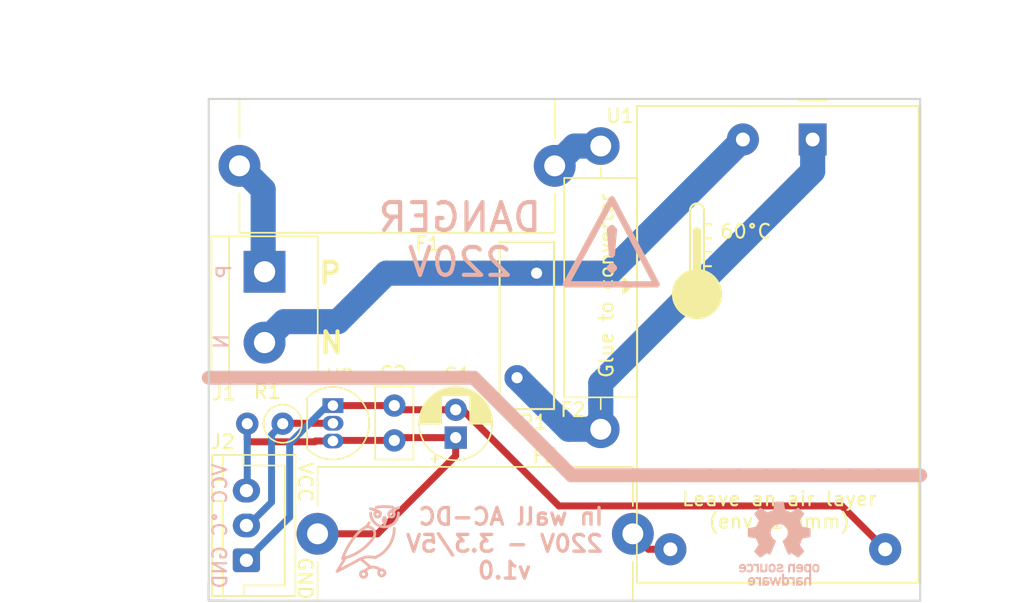
<source format=kicad_pcb>
(kicad_pcb (version 20171130) (host pcbnew 5.1.3-ffb9f22~84~ubuntu18.04.1)

  (general
    (thickness 1.6)
    (drawings 44)
    (tracks 51)
    (zones 0)
    (modules 65)
    (nets 9)
  )

  (page A4)
  (title_block
    (title "In Wall AC-DC")
    (date 2019-07-14)
    (rev 1.0)
    (comment 1 "author: Marsu31")
    (comment 2 "url: https://github.com/Marsu31/IoT-InWall-ACDC")
  )

  (layers
    (0 F.Cu signal)
    (31 B.Cu signal)
    (32 B.Adhes user hide)
    (33 F.Adhes user hide)
    (34 B.Paste user hide)
    (35 F.Paste user hide)
    (36 B.SilkS user)
    (37 F.SilkS user)
    (38 B.Mask user)
    (39 F.Mask user)
    (40 Dwgs.User user)
    (41 Cmts.User user)
    (42 Eco1.User user)
    (43 Eco2.User user)
    (44 Edge.Cuts user)
    (45 Margin user hide)
    (46 B.CrtYd user hide)
    (47 F.CrtYd user hide)
    (48 B.Fab user hide)
    (49 F.Fab user hide)
  )

  (setup
    (last_trace_width 0.5)
    (trace_clearance 0.25)
    (zone_clearance 0.508)
    (zone_45_only yes)
    (trace_min 0.2)
    (via_size 1)
    (via_drill 0.4)
    (via_min_size 0.4)
    (via_min_drill 0.3)
    (uvia_size 0.3)
    (uvia_drill 0.1)
    (uvias_allowed no)
    (uvia_min_size 0.2)
    (uvia_min_drill 0.1)
    (edge_width 0.15)
    (segment_width 0.2)
    (pcb_text_width 0.3)
    (pcb_text_size 1.5 1.5)
    (mod_edge_width 0.15)
    (mod_text_size 1 1)
    (mod_text_width 0.15)
    (pad_size 1.524 1.524)
    (pad_drill 0.762)
    (pad_to_mask_clearance 0.2)
    (aux_axis_origin 162 85)
    (grid_origin 162 85)
    (visible_elements 7FFFFF7F)
    (pcbplotparams
      (layerselection 0x010f0_ffffffff)
      (usegerberextensions true)
      (usegerberattributes true)
      (usegerberadvancedattributes false)
      (creategerberjobfile true)
      (excludeedgelayer true)
      (linewidth 0.100000)
      (plotframeref false)
      (viasonmask false)
      (mode 1)
      (useauxorigin false)
      (hpglpennumber 1)
      (hpglpenspeed 20)
      (hpglpendiameter 15.000000)
      (psnegative false)
      (psa4output false)
      (plotreference true)
      (plotvalue true)
      (plotinvisibletext false)
      (padsonsilk false)
      (subtractmaskfromsilk true)
      (outputformat 1)
      (mirror false)
      (drillshape 0)
      (scaleselection 1)
      (outputdirectory "../Gerber/Pcb.io/"))
  )

  (net 0 "")
  (net 1 "Net-(F1-Pad1)")
  (net 2 "Net-(F1-Pad2)")
  (net 3 LINE)
  (net 4 NEUT)
  (net 5 GND)
  (net 6 +3V3)
  (net 7 "Net-(J2-Pad2)")
  (net 8 "Net-(F3-Pad2)")

  (net_class Default "This is the default net class."
    (clearance 0.25)
    (trace_width 0.5)
    (via_dia 1)
    (via_drill 0.4)
    (uvia_dia 0.3)
    (uvia_drill 0.1)
    (add_net +3V3)
    (add_net GND)
    (add_net "Net-(F3-Pad2)")
    (add_net "Net-(J2-Pad2)")
  )

  (net_class AC ""
    (clearance 3)
    (trace_width 1.8)
    (via_dia 1)
    (via_drill 0.4)
    (uvia_dia 0.3)
    (uvia_drill 0.1)
    (add_net LINE)
    (add_net NEUT)
    (add_net "Net-(F1-Pad1)")
    (add_net "Net-(F1-Pad2)")
  )

  (module Project_Module:TerminalBlock_bornier-2_P5.08mm (layer F.Cu) (tedit 5D376E13) (tstamp 5D2A7C05)
    (at 166 61.4 270)
    (descr "simple 2-pin terminal block, pitch 5.08mm, revamped version of bornier2")
    (tags "terminal block bornier2")
    (path /5D37DFFE)
    (fp_text reference J1 (at 8.7 2.9 180) (layer F.SilkS)
      (effects (font (size 1 1) (thickness 0.15)))
    )
    (fp_text value Screw_Terminal_01x02 (at 2.54 5.08 90) (layer F.Fab)
      (effects (font (size 1 1) (thickness 0.15)))
    )
    (fp_line (start 7.79 4) (end -2.71 4) (layer F.CrtYd) (width 0.05))
    (fp_line (start 7.79 4) (end 7.79 -4) (layer F.CrtYd) (width 0.05))
    (fp_line (start -2.71 -4) (end -2.71 4) (layer F.CrtYd) (width 0.05))
    (fp_line (start -2.71 -4) (end 7.79 -4) (layer F.CrtYd) (width 0.05))
    (fp_line (start -2.54 3.81) (end 7.62 3.81) (layer F.SilkS) (width 0.12))
    (fp_line (start -2.54 -3.81) (end -2.54 3.81) (layer F.SilkS) (width 0.12))
    (fp_line (start 7.62 -3.81) (end -2.54 -3.81) (layer F.SilkS) (width 0.12))
    (fp_line (start 7.62 3.81) (end 7.62 -3.81) (layer F.SilkS) (width 0.12))
    (fp_line (start 7.62 2.54) (end -2.54 2.54) (layer F.SilkS) (width 0.12))
    (fp_line (start 7.54 -3.75) (end -2.46 -3.75) (layer F.Fab) (width 0.1))
    (fp_line (start 7.54 3.75) (end 7.54 -3.75) (layer F.Fab) (width 0.1))
    (fp_line (start -2.46 3.75) (end 7.54 3.75) (layer F.Fab) (width 0.1))
    (fp_line (start -2.46 -3.75) (end -2.46 3.75) (layer F.Fab) (width 0.1))
    (fp_line (start -2.41 2.55) (end 7.49 2.55) (layer F.Fab) (width 0.1))
    (fp_text user %R (at 2.54 0 90) (layer F.Fab)
      (effects (font (size 1 1) (thickness 0.15)))
    )
    (pad 2 thru_hole circle (at 5.08 0 270) (size 3 3) (drill 1.52) (layers *.Cu *.Mask)
      (net 4 NEUT))
    (pad 1 thru_hole rect (at 0 0 270) (size 3 3) (drill 1.52) (layers *.Cu *.Mask)
      (net 2 "Net-(F1-Pad2)"))
    (model ${KISYS3DMOD}/TerminalBlock.3dshapes/TerminalBlock_bornier-2_P5.08mm.wrl
      (offset (xyz 2.54 0 0))
      (scale (xyz 1 1 1))
      (rotate (xyz 0 0 0))
    )
    (model ${KIPRJMOD}/project_module.pretty/screw_terminal_01x02_P5_08mm.step
      (offset (xyz 2.5 0 0))
      (scale (xyz 1 1 1))
      (rotate (xyz 0 0 -90))
    )
  )

  (module Project_Module:logo_marsu31_L5mm_H6mm (layer B.Cu) (tedit 5D337EC7) (tstamp 5D33DABE)
    (at 173.8 80.9 180)
    (fp_text reference G*** (at 0 0) (layer B.SilkS) hide
      (effects (font (size 1.524 1.524) (thickness 0.3)) (justify mirror))
    )
    (fp_text value LOGO (at 0.75 0) (layer B.SilkS) hide
      (effects (font (size 1.524 1.524) (thickness 0.3)) (justify mirror))
    )
    (fp_line (start 0.7 1.1) (end 0.927841 0.928615) (layer B.SilkS) (width 0.2))
    (fp_arc (start -2.7 -2.8) (end 2.20649 -1.070794) (angle 26.37071613) (layer B.SilkS) (width 0.2))
    (fp_line (start 2.6 -2) (end 2 -1) (layer B.SilkS) (width 0.2))
    (fp_line (start 1.18665 -1.24655) (end 2.6 -2) (layer B.SilkS) (width 0.2))
    (fp_arc (start 0.4 0.7) (end 0.7 1.1) (angle 153.3999984) (layer B.SilkS) (width 0.2))
    (fp_circle (center 0.7 -2.2) (end 0.923607 -2.2) (layer B.SilkS) (width 0.2))
    (fp_arc (start -2.4 0.4) (end -1.2 2.3) (angle 17.02052561) (layer B.SilkS) (width 0.2))
    (fp_arc (start 0.6 0.5) (end 0.2 2.5) (angle 21.59531971) (layer B.SilkS) (width 0.2))
    (fp_arc (start 1.3 2) (end 0.300001 1.500001) (angle 14.6) (layer B.SilkS) (width 0.2))
    (fp_line (start 0.2 -1.7) (end 0.9 -1.1) (layer B.SilkS) (width 0.2))
    (fp_circle (center -0.6 -2.1) (end -0.376393 -2.1) (layer B.SilkS) (width 0.2))
    (fp_arc (start 0.009812 -2.40999) (end 0.609811 -2.009991) (angle 101.3) (layer B.SilkS) (width 0.2))
    (fp_arc (start 3 2.5) (end -0.04735 0.476666) (angle 43.88843211) (layer B.SilkS) (width 0.2))
    (fp_arc (start 0.277419 -2.510934) (end 1.18665 -1.24655) (angle 49.74530259) (layer B.SilkS) (width 0.2))
    (fp_arc (start 0.8 1.1) (end -1.5 1.1) (angle 66.5) (layer B.SilkS) (width 0.2))
    (fp_circle (center -1.3 2.1) (end -1.1 2.1) (layer B.SilkS) (width 0.2))
    (fp_circle (center -0.3 2.1) (end -0.1 2.1) (layer B.SilkS) (width 0.2))
    (fp_line (start -0.7 1.7) (end -0.8 1.9) (layer B.SilkS) (width 0.2))
    (fp_line (start -0.8 1.4) (end -0.7 1.7) (layer B.SilkS) (width 0.2))
    (fp_line (start -0.9 1.7) (end -0.8 1.4) (layer B.SilkS) (width 0.2))
    (fp_line (start -0.8 1.9) (end -0.9 1.7) (layer B.SilkS) (width 0.2))
    (fp_arc (start -0.800558 -0.699999) (end -0.200559 2.6) (angle 20.59999543) (layer B.SilkS) (width 0.2))
    (fp_arc (start -0.8 2.2) (end -1.8 2.2) (angle 180) (layer B.SilkS) (width 0.2))
  )

  (module Symbol:OSHW-Logo_5.7x6mm_SilkScreen (layer B.Cu) (tedit 0) (tstamp 5D33849B)
    (at 202.9 80.9 180)
    (descr "Open Source Hardware Logo")
    (tags "Logo OSHW")
    (attr virtual)
    (fp_text reference REF** (at 0 0) (layer B.SilkS) hide
      (effects (font (size 1 1) (thickness 0.15)) (justify mirror))
    )
    (fp_text value OSHW-Logo_5.7x6mm_SilkScreen (at 0.75 0) (layer B.Fab) hide
      (effects (font (size 1 1) (thickness 0.15)) (justify mirror))
    )
    (fp_poly (pts (xy 0.376964 2.709982) (xy 0.433812 2.40843) (xy 0.853338 2.235488) (xy 1.104984 2.406605)
      (xy 1.175458 2.45425) (xy 1.239163 2.49679) (xy 1.293126 2.532285) (xy 1.334373 2.55879)
      (xy 1.359934 2.574364) (xy 1.366895 2.577722) (xy 1.379435 2.569086) (xy 1.406231 2.545208)
      (xy 1.44428 2.509141) (xy 1.490579 2.463933) (xy 1.542123 2.412636) (xy 1.595909 2.358299)
      (xy 1.648935 2.303972) (xy 1.698195 2.252705) (xy 1.740687 2.207549) (xy 1.773407 2.171554)
      (xy 1.793351 2.14777) (xy 1.798119 2.13981) (xy 1.791257 2.125135) (xy 1.77202 2.092986)
      (xy 1.74243 2.046508) (xy 1.70451 1.988844) (xy 1.660282 1.92314) (xy 1.634654 1.885664)
      (xy 1.587941 1.817232) (xy 1.546432 1.75548) (xy 1.51214 1.703481) (xy 1.48708 1.664308)
      (xy 1.473264 1.641035) (xy 1.471188 1.636145) (xy 1.475895 1.622245) (xy 1.488723 1.58985)
      (xy 1.507738 1.543515) (xy 1.531003 1.487794) (xy 1.556584 1.427242) (xy 1.582545 1.366414)
      (xy 1.60695 1.309864) (xy 1.627863 1.262148) (xy 1.643349 1.227819) (xy 1.651472 1.211432)
      (xy 1.651952 1.210788) (xy 1.664707 1.207659) (xy 1.698677 1.200679) (xy 1.75034 1.190533)
      (xy 1.816176 1.177908) (xy 1.892664 1.163491) (xy 1.93729 1.155177) (xy 2.019021 1.139616)
      (xy 2.092843 1.124808) (xy 2.155021 1.111564) (xy 2.201822 1.100695) (xy 2.229509 1.093011)
      (xy 2.235074 1.090573) (xy 2.240526 1.07407) (xy 2.244924 1.0368) (xy 2.248272 0.98312)
      (xy 2.250574 0.917388) (xy 2.251832 0.843963) (xy 2.252048 0.767204) (xy 2.251227 0.691468)
      (xy 2.249371 0.621114) (xy 2.246482 0.5605) (xy 2.242565 0.513984) (xy 2.237622 0.485925)
      (xy 2.234657 0.480084) (xy 2.216934 0.473083) (xy 2.179381 0.463073) (xy 2.126964 0.451231)
      (xy 2.064652 0.438733) (xy 2.0429 0.43469) (xy 1.938024 0.41548) (xy 1.85518 0.400009)
      (xy 1.79163 0.387663) (xy 1.744637 0.377827) (xy 1.711463 0.369886) (xy 1.689371 0.363224)
      (xy 1.675624 0.357227) (xy 1.667484 0.351281) (xy 1.666345 0.350106) (xy 1.654977 0.331174)
      (xy 1.637635 0.294331) (xy 1.61605 0.244087) (xy 1.591954 0.184954) (xy 1.567079 0.121444)
      (xy 1.543157 0.058068) (xy 1.521919 -0.000662) (xy 1.505097 -0.050235) (xy 1.494422 -0.086139)
      (xy 1.491627 -0.103862) (xy 1.49186 -0.104483) (xy 1.501331 -0.11897) (xy 1.522818 -0.150844)
      (xy 1.554063 -0.196789) (xy 1.592807 -0.253485) (xy 1.636793 -0.317617) (xy 1.649319 -0.335842)
      (xy 1.693984 -0.401914) (xy 1.733288 -0.4622) (xy 1.765088 -0.513235) (xy 1.787245 -0.55156)
      (xy 1.797617 -0.573711) (xy 1.798119 -0.576432) (xy 1.789405 -0.590736) (xy 1.765325 -0.619072)
      (xy 1.728976 -0.658396) (xy 1.683453 -0.705661) (xy 1.631852 -0.757823) (xy 1.577267 -0.811835)
      (xy 1.522794 -0.864653) (xy 1.471529 -0.913231) (xy 1.426567 -0.954523) (xy 1.391004 -0.985485)
      (xy 1.367935 -1.00307) (xy 1.361554 -1.005941) (xy 1.346699 -0.999178) (xy 1.316286 -0.980939)
      (xy 1.275268 -0.954297) (xy 1.243709 -0.932852) (xy 1.186525 -0.893503) (xy 1.118806 -0.847171)
      (xy 1.05088 -0.800913) (xy 1.014361 -0.776155) (xy 0.890752 -0.692547) (xy 0.786991 -0.74865)
      (xy 0.73972 -0.773228) (xy 0.699523 -0.792331) (xy 0.672326 -0.803227) (xy 0.665402 -0.804743)
      (xy 0.657077 -0.793549) (xy 0.640654 -0.761917) (xy 0.617357 -0.712765) (xy 0.588414 -0.64901)
      (xy 0.55505 -0.573571) (xy 0.518491 -0.489364) (xy 0.479964 -0.399308) (xy 0.440694 -0.306321)
      (xy 0.401908 -0.21332) (xy 0.36483 -0.123223) (xy 0.330689 -0.038948) (xy 0.300708 0.036587)
      (xy 0.276116 0.100466) (xy 0.258136 0.149769) (xy 0.247997 0.181579) (xy 0.246366 0.192504)
      (xy 0.259291 0.206439) (xy 0.287589 0.22906) (xy 0.325346 0.255667) (xy 0.328515 0.257772)
      (xy 0.4261 0.335886) (xy 0.504786 0.427018) (xy 0.563891 0.528255) (xy 0.602732 0.636682)
      (xy 0.620628 0.749386) (xy 0.616897 0.863452) (xy 0.590857 0.975966) (xy 0.541825 1.084015)
      (xy 0.5274 1.107655) (xy 0.452369 1.203113) (xy 0.36373 1.279768) (xy 0.264549 1.33722)
      (xy 0.157895 1.375071) (xy 0.046836 1.392922) (xy -0.065561 1.390375) (xy -0.176227 1.36703)
      (xy -0.282094 1.32249) (xy -0.380095 1.256355) (xy -0.41041 1.229513) (xy -0.487562 1.145488)
      (xy -0.543782 1.057034) (xy -0.582347 0.957885) (xy -0.603826 0.859697) (xy -0.609128 0.749303)
      (xy -0.591448 0.63836) (xy -0.552581 0.530619) (xy -0.494323 0.429831) (xy -0.418469 0.339744)
      (xy -0.326817 0.264108) (xy -0.314772 0.256136) (xy -0.276611 0.230026) (xy -0.247601 0.207405)
      (xy -0.233732 0.192961) (xy -0.233531 0.192504) (xy -0.236508 0.176879) (xy -0.248311 0.141418)
      (xy -0.267714 0.089038) (xy -0.293488 0.022655) (xy -0.324409 -0.054814) (xy -0.359249 -0.14045)
      (xy -0.396783 -0.231337) (xy -0.435783 -0.324559) (xy -0.475023 -0.417197) (xy -0.513276 -0.506335)
      (xy -0.549317 -0.589055) (xy -0.581917 -0.662441) (xy -0.609852 -0.723575) (xy -0.631895 -0.769541)
      (xy -0.646818 -0.797421) (xy -0.652828 -0.804743) (xy -0.671191 -0.799041) (xy -0.705552 -0.783749)
      (xy -0.749984 -0.761599) (xy -0.774417 -0.74865) (xy -0.878178 -0.692547) (xy -1.001787 -0.776155)
      (xy -1.064886 -0.818987) (xy -1.13397 -0.866122) (xy -1.198707 -0.910503) (xy -1.231134 -0.932852)
      (xy -1.276741 -0.963477) (xy -1.31536 -0.987747) (xy -1.341952 -1.002587) (xy -1.35059 -1.005724)
      (xy -1.363161 -0.997261) (xy -1.390984 -0.973636) (xy -1.431361 -0.937302) (xy -1.481595 -0.890711)
      (xy -1.538988 -0.836317) (xy -1.575286 -0.801392) (xy -1.63879 -0.738996) (xy -1.693673 -0.683188)
      (xy -1.737714 -0.636354) (xy -1.768695 -0.600882) (xy -1.784398 -0.579161) (xy -1.785905 -0.574752)
      (xy -1.778914 -0.557985) (xy -1.759594 -0.524082) (xy -1.730091 -0.476476) (xy -1.692545 -0.418599)
      (xy -1.6491 -0.353884) (xy -1.636745 -0.335842) (xy -1.591727 -0.270267) (xy -1.55134 -0.211228)
      (xy -1.51784 -0.162042) (xy -1.493486 -0.126028) (xy -1.480536 -0.106502) (xy -1.479285 -0.104483)
      (xy -1.481156 -0.088922) (xy -1.491087 -0.054709) (xy -1.507347 -0.006355) (xy -1.528205 0.051629)
      (xy -1.551927 0.11473) (xy -1.576784 0.178437) (xy -1.601042 0.238239) (xy -1.622971 0.289624)
      (xy -1.640838 0.328081) (xy -1.652913 0.349098) (xy -1.653771 0.350106) (xy -1.661154 0.356112)
      (xy -1.673625 0.362052) (xy -1.69392 0.36854) (xy -1.724778 0.376191) (xy -1.768934 0.38562)
      (xy -1.829126 0.397441) (xy -1.908093 0.412271) (xy -2.00857 0.430723) (xy -2.030325 0.43469)
      (xy -2.094802 0.447147) (xy -2.151011 0.459334) (xy -2.193987 0.470074) (xy -2.21876 0.478191)
      (xy -2.222082 0.480084) (xy -2.227556 0.496862) (xy -2.232006 0.534355) (xy -2.235428 0.588206)
      (xy -2.237819 0.654056) (xy -2.239177 0.727547) (xy -2.239499 0.80432) (xy -2.238781 0.880017)
      (xy -2.237021 0.95028) (xy -2.234216 1.01075) (xy -2.230362 1.05707) (xy -2.225457 1.084881)
      (xy -2.2225 1.090573) (xy -2.206037 1.096314) (xy -2.168551 1.105655) (xy -2.113775 1.117785)
      (xy -2.045445 1.131893) (xy -1.967294 1.14717) (xy -1.924716 1.155177) (xy -1.843929 1.170279)
      (xy -1.771887 1.18396) (xy -1.712111 1.195533) (xy -1.668121 1.204313) (xy -1.643439 1.209613)
      (xy -1.639377 1.210788) (xy -1.632511 1.224035) (xy -1.617998 1.255943) (xy -1.597771 1.301953)
      (xy -1.573766 1.357508) (xy -1.547918 1.418047) (xy -1.52216 1.479014) (xy -1.498427 1.535849)
      (xy -1.478654 1.583994) (xy -1.464776 1.61889) (xy -1.458726 1.635979) (xy -1.458614 1.636726)
      (xy -1.465472 1.650207) (xy -1.484698 1.68123) (xy -1.514272 1.726711) (xy -1.552173 1.783568)
      (xy -1.59638 1.848717) (xy -1.622079 1.886138) (xy -1.668907 1.954753) (xy -1.710499 2.017048)
      (xy -1.744825 2.069871) (xy -1.769857 2.110073) (xy -1.783565 2.1345) (xy -1.785544 2.139976)
      (xy -1.777034 2.152722) (xy -1.753507 2.179937) (xy -1.717968 2.218572) (xy -1.673423 2.265577)
      (xy -1.622877 2.317905) (xy -1.569336 2.372505) (xy -1.515805 2.42633) (xy -1.465289 2.47633)
      (xy -1.420794 2.519457) (xy -1.385325 2.552661) (xy -1.361887 2.572894) (xy -1.354046 2.577722)
      (xy -1.34128 2.570933) (xy -1.310744 2.551858) (xy -1.26541 2.522439) (xy -1.208244 2.484619)
      (xy -1.142216 2.440339) (xy -1.09241 2.406605) (xy -0.840764 2.235488) (xy -0.631001 2.321959)
      (xy -0.421237 2.40843) (xy -0.364389 2.709982) (xy -0.30754 3.011534) (xy 0.320115 3.011534)
      (xy 0.376964 2.709982)) (layer B.SilkS) (width 0.01))
    (fp_poly (pts (xy 1.79946 -1.45803) (xy 1.842711 -1.471245) (xy 1.870558 -1.487941) (xy 1.879629 -1.501145)
      (xy 1.877132 -1.516797) (xy 1.860931 -1.541385) (xy 1.847232 -1.5588) (xy 1.818992 -1.590283)
      (xy 1.797775 -1.603529) (xy 1.779688 -1.602664) (xy 1.726035 -1.58901) (xy 1.68663 -1.58963)
      (xy 1.654632 -1.605104) (xy 1.64389 -1.614161) (xy 1.609505 -1.646027) (xy 1.609505 -2.062179)
      (xy 1.471188 -2.062179) (xy 1.471188 -1.458614) (xy 1.540347 -1.458614) (xy 1.581869 -1.460256)
      (xy 1.603291 -1.466087) (xy 1.609502 -1.477461) (xy 1.609505 -1.477798) (xy 1.612439 -1.489713)
      (xy 1.625704 -1.488159) (xy 1.644084 -1.479563) (xy 1.682046 -1.463568) (xy 1.712872 -1.453945)
      (xy 1.752536 -1.451478) (xy 1.79946 -1.45803)) (layer B.SilkS) (width 0.01))
    (fp_poly (pts (xy -0.754012 -1.469002) (xy -0.722717 -1.48395) (xy -0.692409 -1.505541) (xy -0.669318 -1.530391)
      (xy -0.6525 -1.562087) (xy -0.641006 -1.604214) (xy -0.633891 -1.660358) (xy -0.630207 -1.734106)
      (xy -0.629008 -1.829044) (xy -0.628989 -1.838985) (xy -0.628713 -2.062179) (xy -0.76703 -2.062179)
      (xy -0.76703 -1.856418) (xy -0.767128 -1.780189) (xy -0.767809 -1.724939) (xy -0.769651 -1.686501)
      (xy -0.773233 -1.660706) (xy -0.779132 -1.643384) (xy -0.787927 -1.630368) (xy -0.80018 -1.617507)
      (xy -0.843047 -1.589873) (xy -0.889843 -1.584745) (xy -0.934424 -1.602217) (xy -0.949928 -1.615221)
      (xy -0.96131 -1.627447) (xy -0.969481 -1.64054) (xy -0.974974 -1.658615) (xy -0.97832 -1.685787)
      (xy -0.980051 -1.72617) (xy -0.980697 -1.783879) (xy -0.980792 -1.854132) (xy -0.980792 -2.062179)
      (xy -1.119109 -2.062179) (xy -1.119109 -1.458614) (xy -1.04995 -1.458614) (xy -1.008428 -1.460256)
      (xy -0.987006 -1.466087) (xy -0.980795 -1.477461) (xy -0.980792 -1.477798) (xy -0.97791 -1.488938)
      (xy -0.965199 -1.487674) (xy -0.939926 -1.475434) (xy -0.882605 -1.457424) (xy -0.817037 -1.455421)
      (xy -0.754012 -1.469002)) (layer B.SilkS) (width 0.01))
    (fp_poly (pts (xy 2.677898 -1.456457) (xy 2.710096 -1.464279) (xy 2.771825 -1.492921) (xy 2.82461 -1.536667)
      (xy 2.861141 -1.589117) (xy 2.86616 -1.600893) (xy 2.873045 -1.63174) (xy 2.877864 -1.677371)
      (xy 2.879505 -1.723492) (xy 2.879505 -1.810693) (xy 2.697178 -1.810693) (xy 2.621979 -1.810978)
      (xy 2.569003 -1.812704) (xy 2.535325 -1.817181) (xy 2.51802 -1.82572) (xy 2.514163 -1.83963)
      (xy 2.520829 -1.860222) (xy 2.53277 -1.884315) (xy 2.56608 -1.924525) (xy 2.612368 -1.944558)
      (xy 2.668944 -1.943905) (xy 2.733031 -1.922101) (xy 2.788417 -1.895193) (xy 2.834375 -1.931532)
      (xy 2.880333 -1.967872) (xy 2.837096 -2.007819) (xy 2.779374 -2.045563) (xy 2.708386 -2.06832)
      (xy 2.632029 -2.074688) (xy 2.558199 -2.063268) (xy 2.546287 -2.059393) (xy 2.481399 -2.025506)
      (xy 2.43313 -1.974986) (xy 2.400465 -1.906325) (xy 2.382385 -1.818014) (xy 2.382175 -1.816121)
      (xy 2.380556 -1.719878) (xy 2.3871 -1.685542) (xy 2.514852 -1.685542) (xy 2.526584 -1.690822)
      (xy 2.558438 -1.694867) (xy 2.605397 -1.697176) (xy 2.635154 -1.697525) (xy 2.690648 -1.697306)
      (xy 2.725346 -1.695916) (xy 2.743601 -1.692251) (xy 2.749766 -1.68521) (xy 2.748195 -1.67369)
      (xy 2.746878 -1.669233) (xy 2.724382 -1.627355) (xy 2.689003 -1.593604) (xy 2.65778 -1.578773)
      (xy 2.616301 -1.579668) (xy 2.574269 -1.598164) (xy 2.539012 -1.628786) (xy 2.517854 -1.666062)
      (xy 2.514852 -1.685542) (xy 2.3871 -1.685542) (xy 2.39669 -1.635229) (xy 2.428698 -1.564191)
      (xy 2.474701 -1.508779) (xy 2.532821 -1.471009) (xy 2.60118 -1.452896) (xy 2.677898 -1.456457)) (layer B.SilkS) (width 0.01))
    (fp_poly (pts (xy 2.217226 -1.46388) (xy 2.29008 -1.49483) (xy 2.313027 -1.509895) (xy 2.342354 -1.533048)
      (xy 2.360764 -1.551253) (xy 2.363961 -1.557183) (xy 2.354935 -1.57034) (xy 2.331837 -1.592667)
      (xy 2.313344 -1.60825) (xy 2.262728 -1.648926) (xy 2.22276 -1.615295) (xy 2.191874 -1.593584)
      (xy 2.161759 -1.58609) (xy 2.127292 -1.58792) (xy 2.072561 -1.601528) (xy 2.034886 -1.629772)
      (xy 2.011991 -1.675433) (xy 2.001597 -1.741289) (xy 2.001595 -1.741331) (xy 2.002494 -1.814939)
      (xy 2.016463 -1.868946) (xy 2.044328 -1.905716) (xy 2.063325 -1.918168) (xy 2.113776 -1.933673)
      (xy 2.167663 -1.933683) (xy 2.214546 -1.918638) (xy 2.225644 -1.911287) (xy 2.253476 -1.892511)
      (xy 2.275236 -1.889434) (xy 2.298704 -1.903409) (xy 2.324649 -1.92851) (xy 2.365716 -1.97088)
      (xy 2.320121 -2.008464) (xy 2.249674 -2.050882) (xy 2.170233 -2.071785) (xy 2.087215 -2.070272)
      (xy 2.032694 -2.056411) (xy 1.96897 -2.022135) (xy 1.918005 -1.968212) (xy 1.894851 -1.930149)
      (xy 1.876099 -1.875536) (xy 1.866715 -1.806369) (xy 1.866643 -1.731407) (xy 1.875824 -1.659409)
      (xy 1.894199 -1.599137) (xy 1.897093 -1.592958) (xy 1.939952 -1.532351) (xy 1.997979 -1.488224)
      (xy 2.066591 -1.461493) (xy 2.141201 -1.453073) (xy 2.217226 -1.46388)) (layer B.SilkS) (width 0.01))
    (fp_poly (pts (xy 0.993367 -1.654342) (xy 0.994555 -1.746563) (xy 0.998897 -1.81661) (xy 1.007558 -1.867381)
      (xy 1.021704 -1.901772) (xy 1.0425 -1.922679) (xy 1.07111 -1.933) (xy 1.106535 -1.935636)
      (xy 1.143636 -1.932682) (xy 1.171818 -1.921889) (xy 1.192243 -1.90036) (xy 1.206079 -1.865199)
      (xy 1.214491 -1.81351) (xy 1.218643 -1.742394) (xy 1.219703 -1.654342) (xy 1.219703 -1.458614)
      (xy 1.35802 -1.458614) (xy 1.35802 -2.062179) (xy 1.288862 -2.062179) (xy 1.24717 -2.060489)
      (xy 1.225701 -2.054556) (xy 1.219703 -2.043293) (xy 1.216091 -2.033261) (xy 1.201714 -2.035383)
      (xy 1.172736 -2.04958) (xy 1.106319 -2.07148) (xy 1.035875 -2.069928) (xy 0.968377 -2.046147)
      (xy 0.936233 -2.027362) (xy 0.911715 -2.007022) (xy 0.893804 -1.981573) (xy 0.881479 -1.947458)
      (xy 0.873723 -1.901121) (xy 0.869516 -1.839007) (xy 0.86784 -1.757561) (xy 0.867624 -1.694578)
      (xy 0.867624 -1.458614) (xy 0.993367 -1.458614) (xy 0.993367 -1.654342)) (layer B.SilkS) (width 0.01))
    (fp_poly (pts (xy 0.610762 -1.466055) (xy 0.674363 -1.500692) (xy 0.724123 -1.555372) (xy 0.747568 -1.599842)
      (xy 0.757634 -1.639121) (xy 0.764156 -1.695116) (xy 0.766951 -1.759621) (xy 0.765836 -1.824429)
      (xy 0.760626 -1.881334) (xy 0.754541 -1.911727) (xy 0.734014 -1.953306) (xy 0.698463 -1.997468)
      (xy 0.655619 -2.036087) (xy 0.613211 -2.061034) (xy 0.612177 -2.06143) (xy 0.559553 -2.072331)
      (xy 0.497188 -2.072601) (xy 0.437924 -2.062676) (xy 0.41504 -2.054722) (xy 0.356102 -2.0213)
      (xy 0.31389 -1.977511) (xy 0.286156 -1.919538) (xy 0.270651 -1.843565) (xy 0.267143 -1.803771)
      (xy 0.26759 -1.753766) (xy 0.402376 -1.753766) (xy 0.406917 -1.826732) (xy 0.419986 -1.882334)
      (xy 0.440756 -1.917861) (xy 0.455552 -1.92802) (xy 0.493464 -1.935104) (xy 0.538527 -1.933007)
      (xy 0.577487 -1.922812) (xy 0.587704 -1.917204) (xy 0.614659 -1.884538) (xy 0.632451 -1.834545)
      (xy 0.640024 -1.773705) (xy 0.636325 -1.708497) (xy 0.628057 -1.669253) (xy 0.60432 -1.623805)
      (xy 0.566849 -1.595396) (xy 0.52172 -1.585573) (xy 0.475011 -1.595887) (xy 0.439132 -1.621112)
      (xy 0.420277 -1.641925) (xy 0.409272 -1.662439) (xy 0.404026 -1.690203) (xy 0.402449 -1.732762)
      (xy 0.402376 -1.753766) (xy 0.26759 -1.753766) (xy 0.268094 -1.69758) (xy 0.285388 -1.610501)
      (xy 0.319029 -1.54253) (xy 0.369018 -1.493664) (xy 0.435356 -1.463899) (xy 0.449601 -1.460448)
      (xy 0.53521 -1.452345) (xy 0.610762 -1.466055)) (layer B.SilkS) (width 0.01))
    (fp_poly (pts (xy 0.014017 -1.456452) (xy 0.061634 -1.465482) (xy 0.111034 -1.48437) (xy 0.116312 -1.486777)
      (xy 0.153774 -1.506476) (xy 0.179717 -1.524781) (xy 0.188103 -1.536508) (xy 0.180117 -1.555632)
      (xy 0.16072 -1.58385) (xy 0.15211 -1.594384) (xy 0.116628 -1.635847) (xy 0.070885 -1.608858)
      (xy 0.02735 -1.590878) (xy -0.02295 -1.581267) (xy -0.071188 -1.58066) (xy -0.108533 -1.589691)
      (xy -0.117495 -1.595327) (xy -0.134563 -1.621171) (xy -0.136637 -1.650941) (xy -0.123866 -1.674197)
      (xy -0.116312 -1.678708) (xy -0.093675 -1.684309) (xy -0.053885 -1.690892) (xy -0.004834 -1.697183)
      (xy 0.004215 -1.69817) (xy 0.082996 -1.711798) (xy 0.140136 -1.734946) (xy 0.17803 -1.769752)
      (xy 0.199079 -1.818354) (xy 0.205635 -1.877718) (xy 0.196577 -1.945198) (xy 0.167164 -1.998188)
      (xy 0.117278 -2.036783) (xy 0.0468 -2.061081) (xy -0.031435 -2.070667) (xy -0.095234 -2.070552)
      (xy -0.146984 -2.061845) (xy -0.182327 -2.049825) (xy -0.226983 -2.02888) (xy -0.268253 -2.004574)
      (xy -0.282921 -1.993876) (xy -0.320643 -1.963084) (xy -0.275148 -1.917049) (xy -0.229653 -1.871013)
      (xy -0.177928 -1.905243) (xy -0.126048 -1.930952) (xy -0.070649 -1.944399) (xy -0.017395 -1.945818)
      (xy 0.028049 -1.935443) (xy 0.060016 -1.913507) (xy 0.070338 -1.894998) (xy 0.068789 -1.865314)
      (xy 0.04314 -1.842615) (xy -0.00654 -1.82694) (xy -0.060969 -1.819695) (xy -0.144736 -1.805873)
      (xy -0.206967 -1.779796) (xy -0.248493 -1.740699) (xy -0.270147 -1.68782) (xy -0.273147 -1.625126)
      (xy -0.258329 -1.559642) (xy -0.224546 -1.510144) (xy -0.171495 -1.476408) (xy -0.098874 -1.458207)
      (xy -0.045072 -1.454639) (xy 0.014017 -1.456452)) (layer B.SilkS) (width 0.01))
    (fp_poly (pts (xy -1.356699 -1.472614) (xy -1.344168 -1.478514) (xy -1.300799 -1.510283) (xy -1.25979 -1.556646)
      (xy -1.229168 -1.607696) (xy -1.220459 -1.631166) (xy -1.212512 -1.673091) (xy -1.207774 -1.723757)
      (xy -1.207199 -1.744679) (xy -1.207129 -1.810693) (xy -1.587083 -1.810693) (xy -1.578983 -1.845273)
      (xy -1.559104 -1.88617) (xy -1.524347 -1.921514) (xy -1.482998 -1.944282) (xy -1.456649 -1.94901)
      (xy -1.420916 -1.943273) (xy -1.378282 -1.928882) (xy -1.363799 -1.922262) (xy -1.31024 -1.895513)
      (xy -1.264533 -1.930376) (xy -1.238158 -1.953955) (xy -1.224124 -1.973417) (xy -1.223414 -1.979129)
      (xy -1.235951 -1.992973) (xy -1.263428 -2.014012) (xy -1.288366 -2.030425) (xy -1.355664 -2.05993)
      (xy -1.43111 -2.073284) (xy -1.505888 -2.069812) (xy -1.565495 -2.051663) (xy -1.626941 -2.012784)
      (xy -1.670608 -1.961595) (xy -1.697926 -1.895367) (xy -1.710322 -1.811371) (xy -1.711421 -1.772936)
      (xy -1.707022 -1.684861) (xy -1.706482 -1.682299) (xy -1.580582 -1.682299) (xy -1.577115 -1.690558)
      (xy -1.562863 -1.695113) (xy -1.53347 -1.697065) (xy -1.484575 -1.697517) (xy -1.465748 -1.697525)
      (xy -1.408467 -1.696843) (xy -1.372141 -1.694364) (xy -1.352604 -1.689443) (xy -1.34569 -1.681434)
      (xy -1.345445 -1.678862) (xy -1.353336 -1.658423) (xy -1.373085 -1.629789) (xy -1.381575 -1.619763)
      (xy -1.413094 -1.591408) (xy -1.445949 -1.580259) (xy -1.463651 -1.579327) (xy -1.511539 -1.590981)
      (xy -1.551699 -1.622285) (xy -1.577173 -1.667752) (xy -1.577625 -1.669233) (xy -1.580582 -1.682299)
      (xy -1.706482 -1.682299) (xy -1.692392 -1.61551) (xy -1.666038 -1.560025) (xy -1.633807 -1.520639)
      (xy -1.574217 -1.477931) (xy -1.504168 -1.455109) (xy -1.429661 -1.453046) (xy -1.356699 -1.472614)) (layer B.SilkS) (width 0.01))
    (fp_poly (pts (xy -2.538261 -1.465148) (xy -2.472479 -1.494231) (xy -2.42254 -1.542793) (xy -2.388374 -1.610908)
      (xy -2.369907 -1.698651) (xy -2.368583 -1.712351) (xy -2.367546 -1.808939) (xy -2.380993 -1.893602)
      (xy -2.408108 -1.962221) (xy -2.422627 -1.984294) (xy -2.473201 -2.031011) (xy -2.537609 -2.061268)
      (xy -2.609666 -2.073824) (xy -2.683185 -2.067439) (xy -2.739072 -2.047772) (xy -2.787132 -2.014629)
      (xy -2.826412 -1.971175) (xy -2.827092 -1.970158) (xy -2.843044 -1.943338) (xy -2.85341 -1.916368)
      (xy -2.859688 -1.882332) (xy -2.863373 -1.83431) (xy -2.864997 -1.794931) (xy -2.865672 -1.759219)
      (xy -2.739955 -1.759219) (xy -2.738726 -1.79477) (xy -2.734266 -1.842094) (xy -2.726397 -1.872465)
      (xy -2.712207 -1.894072) (xy -2.698917 -1.906694) (xy -2.651802 -1.933122) (xy -2.602505 -1.936653)
      (xy -2.556593 -1.917639) (xy -2.533638 -1.896331) (xy -2.517096 -1.874859) (xy -2.507421 -1.854313)
      (xy -2.503174 -1.827574) (xy -2.50292 -1.787523) (xy -2.504228 -1.750638) (xy -2.507043 -1.697947)
      (xy -2.511505 -1.663772) (xy -2.519548 -1.64148) (xy -2.533103 -1.624442) (xy -2.543845 -1.614703)
      (xy -2.588777 -1.589123) (xy -2.637249 -1.587847) (xy -2.677894 -1.602999) (xy -2.712567 -1.634642)
      (xy -2.733224 -1.68662) (xy -2.739955 -1.759219) (xy -2.865672 -1.759219) (xy -2.866479 -1.716621)
      (xy -2.863948 -1.658056) (xy -2.856362 -1.614007) (xy -2.842681 -1.579248) (xy -2.821865 -1.548551)
      (xy -2.814147 -1.539436) (xy -2.765889 -1.494021) (xy -2.714128 -1.467493) (xy -2.650828 -1.456379)
      (xy -2.619961 -1.455471) (xy -2.538261 -1.465148)) (layer B.SilkS) (width 0.01))
    (fp_poly (pts (xy 2.032581 -2.40497) (xy 2.092685 -2.420597) (xy 2.143021 -2.452848) (xy 2.167393 -2.47694)
      (xy 2.207345 -2.533895) (xy 2.230242 -2.599965) (xy 2.238108 -2.681182) (xy 2.238148 -2.687748)
      (xy 2.238218 -2.753763) (xy 1.858264 -2.753763) (xy 1.866363 -2.788342) (xy 1.880987 -2.819659)
      (xy 1.906581 -2.852291) (xy 1.911935 -2.8575) (xy 1.957943 -2.885694) (xy 2.01041 -2.890475)
      (xy 2.070803 -2.871926) (xy 2.08104 -2.866931) (xy 2.112439 -2.851745) (xy 2.13347 -2.843094)
      (xy 2.137139 -2.842293) (xy 2.149948 -2.850063) (xy 2.174378 -2.869072) (xy 2.186779 -2.87946)
      (xy 2.212476 -2.903321) (xy 2.220915 -2.919077) (xy 2.215058 -2.933571) (xy 2.211928 -2.937534)
      (xy 2.190725 -2.954879) (xy 2.155738 -2.975959) (xy 2.131337 -2.988265) (xy 2.062072 -3.009946)
      (xy 1.985388 -3.016971) (xy 1.912765 -3.008647) (xy 1.892426 -3.002686) (xy 1.829476 -2.968952)
      (xy 1.782815 -2.917045) (xy 1.752173 -2.846459) (xy 1.737282 -2.756692) (xy 1.735647 -2.709753)
      (xy 1.740421 -2.641413) (xy 1.86099 -2.641413) (xy 1.872652 -2.646465) (xy 1.903998 -2.650429)
      (xy 1.949571 -2.652768) (xy 1.980446 -2.653169) (xy 2.035981 -2.652783) (xy 2.071033 -2.650975)
      (xy 2.090262 -2.646773) (xy 2.09833 -2.639203) (xy 2.099901 -2.628218) (xy 2.089121 -2.594381)
      (xy 2.06198 -2.56094) (xy 2.026277 -2.535272) (xy 1.99056 -2.524772) (xy 1.942048 -2.534086)
      (xy 1.900053 -2.561013) (xy 1.870936 -2.599827) (xy 1.86099 -2.641413) (xy 1.740421 -2.641413)
      (xy 1.742599 -2.610236) (xy 1.764055 -2.530949) (xy 1.80047 -2.471263) (xy 1.852297 -2.430549)
      (xy 1.91999 -2.408179) (xy 1.956662 -2.403871) (xy 2.032581 -2.40497)) (layer B.SilkS) (width 0.01))
    (fp_poly (pts (xy 1.635255 -2.401486) (xy 1.683595 -2.411015) (xy 1.711114 -2.425125) (xy 1.740064 -2.448568)
      (xy 1.698876 -2.500571) (xy 1.673482 -2.532064) (xy 1.656238 -2.547428) (xy 1.639102 -2.549776)
      (xy 1.614027 -2.542217) (xy 1.602257 -2.537941) (xy 1.55427 -2.531631) (xy 1.510324 -2.545156)
      (xy 1.47806 -2.57571) (xy 1.472819 -2.585452) (xy 1.467112 -2.611258) (xy 1.462706 -2.658817)
      (xy 1.459811 -2.724758) (xy 1.458631 -2.80571) (xy 1.458614 -2.817226) (xy 1.458614 -3.017822)
      (xy 1.320297 -3.017822) (xy 1.320297 -2.401683) (xy 1.389456 -2.401683) (xy 1.429333 -2.402725)
      (xy 1.450107 -2.407358) (xy 1.457789 -2.417849) (xy 1.458614 -2.427745) (xy 1.458614 -2.453806)
      (xy 1.491745 -2.427745) (xy 1.529735 -2.409965) (xy 1.58077 -2.401174) (xy 1.635255 -2.401486)) (layer B.SilkS) (width 0.01))
    (fp_poly (pts (xy 1.038411 -2.405417) (xy 1.091411 -2.41829) (xy 1.106731 -2.42511) (xy 1.136428 -2.442974)
      (xy 1.15922 -2.463093) (xy 1.176083 -2.488962) (xy 1.187998 -2.524073) (xy 1.195942 -2.57192)
      (xy 1.200894 -2.635996) (xy 1.203831 -2.719794) (xy 1.204947 -2.775768) (xy 1.209052 -3.017822)
      (xy 1.138932 -3.017822) (xy 1.096393 -3.016038) (xy 1.074476 -3.009942) (xy 1.068812 -2.999706)
      (xy 1.065821 -2.988637) (xy 1.052451 -2.990754) (xy 1.034233 -2.999629) (xy 0.988624 -3.013233)
      (xy 0.930007 -3.016899) (xy 0.868354 -3.010903) (xy 0.813638 -2.995521) (xy 0.80873 -2.993386)
      (xy 0.758723 -2.958255) (xy 0.725756 -2.909419) (xy 0.710587 -2.852333) (xy 0.711746 -2.831824)
      (xy 0.835508 -2.831824) (xy 0.846413 -2.859425) (xy 0.878745 -2.879204) (xy 0.93091 -2.889819)
      (xy 0.958787 -2.891228) (xy 1.005247 -2.88762) (xy 1.036129 -2.873597) (xy 1.043664 -2.866931)
      (xy 1.064076 -2.830666) (xy 1.068812 -2.797773) (xy 1.068812 -2.753763) (xy 1.007513 -2.753763)
      (xy 0.936256 -2.757395) (xy 0.886276 -2.768818) (xy 0.854696 -2.788824) (xy 0.847626 -2.797743)
      (xy 0.835508 -2.831824) (xy 0.711746 -2.831824) (xy 0.713971 -2.792456) (xy 0.736663 -2.735244)
      (xy 0.767624 -2.69658) (xy 0.786376 -2.679864) (xy 0.804733 -2.668878) (xy 0.828619 -2.66218)
      (xy 0.863957 -2.658326) (xy 0.916669 -2.655873) (xy 0.937577 -2.655168) (xy 1.068812 -2.650879)
      (xy 1.06862 -2.611158) (xy 1.063537 -2.569405) (xy 1.045162 -2.544158) (xy 1.008039 -2.52803)
      (xy 1.007043 -2.527742) (xy 0.95441 -2.5214) (xy 0.902906 -2.529684) (xy 0.86463 -2.549827)
      (xy 0.849272 -2.559773) (xy 0.83273 -2.558397) (xy 0.807275 -2.543987) (xy 0.792328 -2.533817)
      (xy 0.763091 -2.512088) (xy 0.74498 -2.4958) (xy 0.742074 -2.491137) (xy 0.75404 -2.467005)
      (xy 0.789396 -2.438185) (xy 0.804753 -2.428461) (xy 0.848901 -2.411714) (xy 0.908398 -2.402227)
      (xy 0.974487 -2.400095) (xy 1.038411 -2.405417)) (layer B.SilkS) (width 0.01))
    (fp_poly (pts (xy 0.281524 -2.404237) (xy 0.331255 -2.407971) (xy 0.461291 -2.797773) (xy 0.481678 -2.728614)
      (xy 0.493946 -2.685874) (xy 0.510085 -2.628115) (xy 0.527512 -2.564625) (xy 0.536726 -2.53057)
      (xy 0.571388 -2.401683) (xy 0.714391 -2.401683) (xy 0.671646 -2.536857) (xy 0.650596 -2.603342)
      (xy 0.625167 -2.683539) (xy 0.59861 -2.767193) (xy 0.574902 -2.841782) (xy 0.520902 -3.011535)
      (xy 0.462598 -3.015328) (xy 0.404295 -3.019122) (xy 0.372679 -2.914734) (xy 0.353182 -2.849889)
      (xy 0.331904 -2.7784) (xy 0.313308 -2.715263) (xy 0.312574 -2.71275) (xy 0.298684 -2.669969)
      (xy 0.286429 -2.640779) (xy 0.277846 -2.629741) (xy 0.276082 -2.631018) (xy 0.269891 -2.64813)
      (xy 0.258128 -2.684787) (xy 0.242225 -2.736378) (xy 0.223614 -2.798294) (xy 0.213543 -2.832352)
      (xy 0.159007 -3.017822) (xy 0.043264 -3.017822) (xy -0.049263 -2.725471) (xy -0.075256 -2.643462)
      (xy -0.098934 -2.568987) (xy -0.11918 -2.505544) (xy -0.134874 -2.456632) (xy -0.144898 -2.425749)
      (xy -0.147945 -2.416726) (xy -0.145533 -2.407487) (xy -0.126592 -2.403441) (xy -0.087177 -2.403846)
      (xy -0.081007 -2.404152) (xy -0.007914 -2.407971) (xy 0.039957 -2.58401) (xy 0.057553 -2.648211)
      (xy 0.073277 -2.704649) (xy 0.085746 -2.748422) (xy 0.093574 -2.77463) (xy 0.09502 -2.778903)
      (xy 0.101014 -2.77399) (xy 0.113101 -2.748532) (xy 0.129893 -2.705997) (xy 0.150003 -2.64985)
      (xy 0.167003 -2.59913) (xy 0.231794 -2.400504) (xy 0.281524 -2.404237)) (layer B.SilkS) (width 0.01))
    (fp_poly (pts (xy -0.201188 -3.017822) (xy -0.270346 -3.017822) (xy -0.310488 -3.016645) (xy -0.331394 -3.011772)
      (xy -0.338922 -3.001186) (xy -0.339505 -2.994029) (xy -0.340774 -2.979676) (xy -0.348779 -2.976923)
      (xy -0.369815 -2.985771) (xy -0.386173 -2.994029) (xy -0.448977 -3.013597) (xy -0.517248 -3.014729)
      (xy -0.572752 -3.000135) (xy -0.624438 -2.964877) (xy -0.663838 -2.912835) (xy -0.685413 -2.85145)
      (xy -0.685962 -2.848018) (xy -0.689167 -2.810571) (xy -0.690761 -2.756813) (xy -0.690633 -2.716155)
      (xy -0.553279 -2.716155) (xy -0.550097 -2.770194) (xy -0.542859 -2.814735) (xy -0.53306 -2.839888)
      (xy -0.495989 -2.87426) (xy -0.451974 -2.886582) (xy -0.406584 -2.876618) (xy -0.367797 -2.846895)
      (xy -0.353108 -2.826905) (xy -0.344519 -2.80305) (xy -0.340496 -2.76823) (xy -0.339505 -2.71593)
      (xy -0.341278 -2.664139) (xy -0.345963 -2.618634) (xy -0.352603 -2.588181) (xy -0.35371 -2.585452)
      (xy -0.380491 -2.553) (xy -0.419579 -2.535183) (xy -0.463315 -2.532306) (xy -0.504038 -2.544674)
      (xy -0.534087 -2.572593) (xy -0.537204 -2.578148) (xy -0.546961 -2.612022) (xy -0.552277 -2.660728)
      (xy -0.553279 -2.716155) (xy -0.690633 -2.716155) (xy -0.690568 -2.69554) (xy -0.689664 -2.662563)
      (xy -0.683514 -2.580981) (xy -0.670733 -2.51973) (xy -0.649471 -2.474449) (xy -0.617878 -2.440779)
      (xy -0.587207 -2.421014) (xy -0.544354 -2.40712) (xy -0.491056 -2.402354) (xy -0.43648 -2.406236)
      (xy -0.389792 -2.418282) (xy -0.365124 -2.432693) (xy -0.339505 -2.455878) (xy -0.339505 -2.162773)
      (xy -0.201188 -2.162773) (xy -0.201188 -3.017822)) (layer B.SilkS) (width 0.01))
    (fp_poly (pts (xy -0.993356 -2.40302) (xy -0.974539 -2.40866) (xy -0.968473 -2.421053) (xy -0.968218 -2.426647)
      (xy -0.967129 -2.44223) (xy -0.959632 -2.444676) (xy -0.939381 -2.433993) (xy -0.927351 -2.426694)
      (xy -0.8894 -2.411063) (xy -0.844072 -2.403334) (xy -0.796544 -2.40274) (xy -0.751995 -2.408513)
      (xy -0.715602 -2.419884) (xy -0.692543 -2.436088) (xy -0.687996 -2.456355) (xy -0.690291 -2.461843)
      (xy -0.70702 -2.484626) (xy -0.732963 -2.512647) (xy -0.737655 -2.517177) (xy -0.762383 -2.538005)
      (xy -0.783718 -2.544735) (xy -0.813555 -2.540038) (xy -0.825508 -2.536917) (xy -0.862705 -2.529421)
      (xy -0.888859 -2.532792) (xy -0.910946 -2.544681) (xy -0.931178 -2.560635) (xy -0.946079 -2.5807)
      (xy -0.956434 -2.608702) (xy -0.963029 -2.648467) (xy -0.966649 -2.703823) (xy -0.968078 -2.778594)
      (xy -0.968218 -2.82374) (xy -0.968218 -3.017822) (xy -1.09396 -3.017822) (xy -1.09396 -2.401683)
      (xy -1.031089 -2.401683) (xy -0.993356 -2.40302)) (layer B.SilkS) (width 0.01))
    (fp_poly (pts (xy -1.38421 -2.406555) (xy -1.325055 -2.422339) (xy -1.280023 -2.450948) (xy -1.248246 -2.488419)
      (xy -1.238366 -2.504411) (xy -1.231073 -2.521163) (xy -1.225974 -2.542592) (xy -1.222679 -2.572616)
      (xy -1.220797 -2.615154) (xy -1.219937 -2.674122) (xy -1.219707 -2.75344) (xy -1.219703 -2.774484)
      (xy -1.219703 -3.017822) (xy -1.280059 -3.017822) (xy -1.318557 -3.015126) (xy -1.347023 -3.008295)
      (xy -1.354155 -3.004083) (xy -1.373652 -2.996813) (xy -1.393566 -3.004083) (xy -1.426353 -3.01316)
      (xy -1.473978 -3.016813) (xy -1.526764 -3.015228) (xy -1.575036 -3.008589) (xy -1.603218 -3.000072)
      (xy -1.657753 -2.965063) (xy -1.691835 -2.916479) (xy -1.707157 -2.851882) (xy -1.707299 -2.850223)
      (xy -1.705955 -2.821566) (xy -1.584356 -2.821566) (xy -1.573726 -2.854161) (xy -1.55641 -2.872505)
      (xy -1.521652 -2.886379) (xy -1.475773 -2.891917) (xy -1.428988 -2.889191) (xy -1.391514 -2.878274)
      (xy -1.381015 -2.871269) (xy -1.362668 -2.838904) (xy -1.35802 -2.802111) (xy -1.35802 -2.753763)
      (xy -1.427582 -2.753763) (xy -1.493667 -2.75885) (xy -1.543764 -2.773263) (xy -1.574929 -2.795729)
      (xy -1.584356 -2.821566) (xy -1.705955 -2.821566) (xy -1.703987 -2.779647) (xy -1.68071 -2.723845)
      (xy -1.636948 -2.681647) (xy -1.630899 -2.677808) (xy -1.604907 -2.665309) (xy -1.572735 -2.65774)
      (xy -1.52776 -2.654061) (xy -1.474331 -2.653216) (xy -1.35802 -2.653169) (xy -1.35802 -2.604411)
      (xy -1.362953 -2.566581) (xy -1.375543 -2.541236) (xy -1.377017 -2.539887) (xy -1.405034 -2.5288)
      (xy -1.447326 -2.524503) (xy -1.494064 -2.526615) (xy -1.535418 -2.534756) (xy -1.559957 -2.546965)
      (xy -1.573253 -2.556746) (xy -1.587294 -2.558613) (xy -1.606671 -2.5506) (xy -1.635976 -2.530739)
      (xy -1.679803 -2.497063) (xy -1.683825 -2.493909) (xy -1.681764 -2.482236) (xy -1.664568 -2.462822)
      (xy -1.638433 -2.441248) (xy -1.609552 -2.423096) (xy -1.600478 -2.418809) (xy -1.56738 -2.410256)
      (xy -1.51888 -2.404155) (xy -1.464695 -2.401708) (xy -1.462161 -2.401703) (xy -1.38421 -2.406555)) (layer B.SilkS) (width 0.01))
    (fp_poly (pts (xy -1.908759 -1.469184) (xy -1.882247 -1.482282) (xy -1.849553 -1.505106) (xy -1.825725 -1.529996)
      (xy -1.809406 -1.561249) (xy -1.79924 -1.603166) (xy -1.793872 -1.660044) (xy -1.791944 -1.736184)
      (xy -1.791831 -1.768917) (xy -1.792161 -1.840656) (xy -1.793527 -1.891927) (xy -1.7965 -1.927404)
      (xy -1.801649 -1.951763) (xy -1.809543 -1.96968) (xy -1.817757 -1.981902) (xy -1.870187 -2.033905)
      (xy -1.93193 -2.065184) (xy -1.998536 -2.074592) (xy -2.065558 -2.06098) (xy -2.086792 -2.051354)
      (xy -2.137624 -2.024859) (xy -2.137624 -2.440052) (xy -2.100525 -2.420868) (xy -2.051643 -2.406025)
      (xy -1.991561 -2.402222) (xy -1.931564 -2.409243) (xy -1.886256 -2.425013) (xy -1.848675 -2.455047)
      (xy -1.816564 -2.498024) (xy -1.81415 -2.502436) (xy -1.803967 -2.523221) (xy -1.79653 -2.54417)
      (xy -1.791411 -2.569548) (xy -1.788181 -2.603618) (xy -1.786413 -2.650641) (xy -1.785677 -2.714882)
      (xy -1.785544 -2.787176) (xy -1.785544 -3.017822) (xy -1.923861 -3.017822) (xy -1.923861 -2.592533)
      (xy -1.962549 -2.559979) (xy -2.002738 -2.53394) (xy -2.040797 -2.529205) (xy -2.079066 -2.541389)
      (xy -2.099462 -2.55332) (xy -2.114642 -2.570313) (xy -2.125438 -2.595995) (xy -2.132683 -2.633991)
      (xy -2.137208 -2.687926) (xy -2.139844 -2.761425) (xy -2.140772 -2.810347) (xy -2.143911 -3.011535)
      (xy -2.209926 -3.015336) (xy -2.27594 -3.019136) (xy -2.27594 -1.77065) (xy -2.137624 -1.77065)
      (xy -2.134097 -1.840254) (xy -2.122215 -1.888569) (xy -2.10002 -1.918631) (xy -2.065559 -1.933471)
      (xy -2.030742 -1.936436) (xy -1.991329 -1.933028) (xy -1.965171 -1.919617) (xy -1.948814 -1.901896)
      (xy -1.935937 -1.882835) (xy -1.928272 -1.861601) (xy -1.924861 -1.831849) (xy -1.924749 -1.787236)
      (xy -1.925897 -1.74988) (xy -1.928532 -1.693604) (xy -1.932456 -1.656658) (xy -1.939063 -1.633223)
      (xy -1.949749 -1.61748) (xy -1.959833 -1.60838) (xy -2.00197 -1.588537) (xy -2.05184 -1.585332)
      (xy -2.080476 -1.592168) (xy -2.108828 -1.616464) (xy -2.127609 -1.663728) (xy -2.136712 -1.733624)
      (xy -2.137624 -1.77065) (xy -2.27594 -1.77065) (xy -2.27594 -1.458614) (xy -2.206782 -1.458614)
      (xy -2.16526 -1.460256) (xy -2.143838 -1.466087) (xy -2.137626 -1.477461) (xy -2.137624 -1.477798)
      (xy -2.134742 -1.488938) (xy -2.12203 -1.487673) (xy -2.096757 -1.475433) (xy -2.037869 -1.456707)
      (xy -1.971615 -1.454739) (xy -1.908759 -1.469184)) (layer B.SilkS) (width 0.01))
  )

  (module Project_Module:hole_1mm (layer F.Cu) (tedit 5D2F848B) (tstamp 5D2F96E6)
    (at 210 75)
    (fp_text reference REF** (at 0 1.6) (layer F.SilkS) hide
      (effects (font (size 1 1) (thickness 0.15)))
    )
    (fp_text value hole_1mm (at 0 -1.5) (layer F.Fab)
      (effects (font (size 1 1) (thickness 0.15)))
    )
    (pad "" np_thru_hole circle (at 0 0) (size 1 1) (drill 1) (layers *.Cu *.Mask))
  )

  (module Project_Module:hole_1mm (layer F.Cu) (tedit 5D2F848B) (tstamp 5D2F96DE)
    (at 208 75)
    (fp_text reference REF** (at 0 1.6) (layer F.SilkS) hide
      (effects (font (size 1 1) (thickness 0.15)))
    )
    (fp_text value hole_1mm (at 0 -1.5) (layer F.Fab)
      (effects (font (size 1 1) (thickness 0.15)))
    )
    (pad "" np_thru_hole circle (at 0 0) (size 1 1) (drill 1) (layers *.Cu *.Mask))
  )

  (module Project_Module:hole_1mm (layer F.Cu) (tedit 5D2F848B) (tstamp 5D2F96D6)
    (at 206 75)
    (fp_text reference REF** (at 0 1.6) (layer F.SilkS) hide
      (effects (font (size 1 1) (thickness 0.15)))
    )
    (fp_text value hole_1mm (at 0 -1.5) (layer F.Fab)
      (effects (font (size 1 1) (thickness 0.15)))
    )
    (pad "" np_thru_hole circle (at 0 0) (size 1 1) (drill 1) (layers *.Cu *.Mask))
  )

  (module Project_Module:hole_1mm (layer F.Cu) (tedit 5D2F848B) (tstamp 5D2F96CE)
    (at 204 75)
    (fp_text reference REF** (at 0 1.6) (layer F.SilkS) hide
      (effects (font (size 1 1) (thickness 0.15)))
    )
    (fp_text value hole_1mm (at 0 -1.5) (layer F.Fab)
      (effects (font (size 1 1) (thickness 0.15)))
    )
    (pad "" np_thru_hole circle (at 0 0) (size 1 1) (drill 1) (layers *.Cu *.Mask))
  )

  (module Project_Module:hole_1mm (layer F.Cu) (tedit 5D2F848B) (tstamp 5D2F96C6)
    (at 202 75)
    (fp_text reference REF** (at 0 1.6) (layer F.SilkS) hide
      (effects (font (size 1 1) (thickness 0.15)))
    )
    (fp_text value hole_1mm (at 0 -1.5) (layer F.Fab)
      (effects (font (size 1 1) (thickness 0.15)))
    )
    (pad "" np_thru_hole circle (at 0 0) (size 1 1) (drill 1) (layers *.Cu *.Mask))
  )

  (module Project_Module:hole_1mm (layer F.Cu) (tedit 5D2F848B) (tstamp 5D2F96BE)
    (at 200 75)
    (fp_text reference REF** (at 0 1.6) (layer F.SilkS) hide
      (effects (font (size 1 1) (thickness 0.15)))
    )
    (fp_text value hole_1mm (at 0 -1.5) (layer F.Fab)
      (effects (font (size 1 1) (thickness 0.15)))
    )
    (pad "" np_thru_hole circle (at 0 0) (size 1 1) (drill 1) (layers *.Cu *.Mask))
  )

  (module Project_Module:hole_1mm (layer F.Cu) (tedit 5D2F848B) (tstamp 5D2F96B6)
    (at 198 75)
    (fp_text reference REF** (at 0 1.6) (layer F.SilkS) hide
      (effects (font (size 1 1) (thickness 0.15)))
    )
    (fp_text value hole_1mm (at 0 -1.5) (layer F.Fab)
      (effects (font (size 1 1) (thickness 0.15)))
    )
    (pad "" np_thru_hole circle (at 0 0) (size 1 1) (drill 1) (layers *.Cu *.Mask))
  )

  (module Project_Module:hole_1mm (layer F.Cu) (tedit 5D2F848B) (tstamp 5D2F96AE)
    (at 196 75)
    (fp_text reference REF** (at 0 1.6) (layer F.SilkS) hide
      (effects (font (size 1 1) (thickness 0.15)))
    )
    (fp_text value hole_1mm (at 0 -1.5) (layer F.Fab)
      (effects (font (size 1 1) (thickness 0.15)))
    )
    (pad "" np_thru_hole circle (at 0 0) (size 1 1) (drill 1) (layers *.Cu *.Mask))
  )

  (module Project_Module:hole_1mm (layer F.Cu) (tedit 5D2F848B) (tstamp 5D2F96A6)
    (at 210 73)
    (fp_text reference REF** (at 0 1.6) (layer F.SilkS) hide
      (effects (font (size 1 1) (thickness 0.15)))
    )
    (fp_text value hole_1mm (at 0 -1.5) (layer F.Fab)
      (effects (font (size 1 1) (thickness 0.15)))
    )
    (pad "" np_thru_hole circle (at 0 0) (size 1 1) (drill 1) (layers *.Cu *.Mask))
  )

  (module Project_Module:hole_1mm (layer F.Cu) (tedit 5D2F848B) (tstamp 5D2F969E)
    (at 208 73)
    (fp_text reference REF** (at 0 1.6) (layer F.SilkS) hide
      (effects (font (size 1 1) (thickness 0.15)))
    )
    (fp_text value hole_1mm (at 0 -1.5) (layer F.Fab)
      (effects (font (size 1 1) (thickness 0.15)))
    )
    (pad "" np_thru_hole circle (at 0 0) (size 1 1) (drill 1) (layers *.Cu *.Mask))
  )

  (module Project_Module:hole_1mm (layer F.Cu) (tedit 5D2F848B) (tstamp 5D2F9696)
    (at 206 73)
    (fp_text reference REF** (at 0 1.6) (layer F.SilkS) hide
      (effects (font (size 1 1) (thickness 0.15)))
    )
    (fp_text value hole_1mm (at 0 -1.5) (layer F.Fab)
      (effects (font (size 1 1) (thickness 0.15)))
    )
    (pad "" np_thru_hole circle (at 0 0) (size 1 1) (drill 1) (layers *.Cu *.Mask))
  )

  (module Project_Module:hole_1mm (layer F.Cu) (tedit 5D2F848B) (tstamp 5D2F968E)
    (at 204 73)
    (fp_text reference REF** (at 0 1.6) (layer F.SilkS) hide
      (effects (font (size 1 1) (thickness 0.15)))
    )
    (fp_text value hole_1mm (at 0 -1.5) (layer F.Fab)
      (effects (font (size 1 1) (thickness 0.15)))
    )
    (pad "" np_thru_hole circle (at 0 0) (size 1 1) (drill 1) (layers *.Cu *.Mask))
  )

  (module Project_Module:hole_1mm (layer F.Cu) (tedit 5D2F848B) (tstamp 5D2F9686)
    (at 202 73)
    (fp_text reference REF** (at 0 1.6) (layer F.SilkS) hide
      (effects (font (size 1 1) (thickness 0.15)))
    )
    (fp_text value hole_1mm (at 0 -1.5) (layer F.Fab)
      (effects (font (size 1 1) (thickness 0.15)))
    )
    (pad "" np_thru_hole circle (at 0 0) (size 1 1) (drill 1) (layers *.Cu *.Mask))
  )

  (module Project_Module:hole_1mm (layer F.Cu) (tedit 5D2F848B) (tstamp 5D2F967E)
    (at 200 73)
    (fp_text reference REF** (at 0 1.6) (layer F.SilkS) hide
      (effects (font (size 1 1) (thickness 0.15)))
    )
    (fp_text value hole_1mm (at 0 -1.5) (layer F.Fab)
      (effects (font (size 1 1) (thickness 0.15)))
    )
    (pad "" np_thru_hole circle (at 0 0) (size 1 1) (drill 1) (layers *.Cu *.Mask))
  )

  (module Project_Module:hole_1mm (layer F.Cu) (tedit 5D2F848B) (tstamp 5D2F9676)
    (at 198 73)
    (fp_text reference REF** (at 0 1.6) (layer F.SilkS) hide
      (effects (font (size 1 1) (thickness 0.15)))
    )
    (fp_text value hole_1mm (at 0 -1.5) (layer F.Fab)
      (effects (font (size 1 1) (thickness 0.15)))
    )
    (pad "" np_thru_hole circle (at 0 0) (size 1 1) (drill 1) (layers *.Cu *.Mask))
  )

  (module Project_Module:hole_1mm (layer F.Cu) (tedit 5D2F848B) (tstamp 5D2F966E)
    (at 196 73)
    (fp_text reference REF** (at 0 1.6) (layer F.SilkS) hide
      (effects (font (size 1 1) (thickness 0.15)))
    )
    (fp_text value hole_1mm (at 0 -1.5) (layer F.Fab)
      (effects (font (size 1 1) (thickness 0.15)))
    )
    (pad "" np_thru_hole circle (at 0 0) (size 1 1) (drill 1) (layers *.Cu *.Mask))
  )

  (module Project_Module:hole_1mm (layer F.Cu) (tedit 5D2F848B) (tstamp 5D2F9666)
    (at 210 71)
    (fp_text reference REF** (at 0 1.6) (layer F.SilkS) hide
      (effects (font (size 1 1) (thickness 0.15)))
    )
    (fp_text value hole_1mm (at 0 -1.5) (layer F.Fab)
      (effects (font (size 1 1) (thickness 0.15)))
    )
    (pad "" np_thru_hole circle (at 0 0) (size 1 1) (drill 1) (layers *.Cu *.Mask))
  )

  (module Project_Module:hole_1mm (layer F.Cu) (tedit 5D2F848B) (tstamp 5D2F965E)
    (at 208 71)
    (fp_text reference REF** (at 0 1.6) (layer F.SilkS) hide
      (effects (font (size 1 1) (thickness 0.15)))
    )
    (fp_text value hole_1mm (at 0 -1.5) (layer F.Fab)
      (effects (font (size 1 1) (thickness 0.15)))
    )
    (pad "" np_thru_hole circle (at 0 0) (size 1 1) (drill 1) (layers *.Cu *.Mask))
  )

  (module Project_Module:hole_1mm (layer F.Cu) (tedit 5D2F848B) (tstamp 5D2F9656)
    (at 206 71)
    (fp_text reference REF** (at 0 1.6) (layer F.SilkS) hide
      (effects (font (size 1 1) (thickness 0.15)))
    )
    (fp_text value hole_1mm (at 0 -1.5) (layer F.Fab)
      (effects (font (size 1 1) (thickness 0.15)))
    )
    (pad "" np_thru_hole circle (at 0 0) (size 1 1) (drill 1) (layers *.Cu *.Mask))
  )

  (module Project_Module:hole_1mm (layer F.Cu) (tedit 5D2F848B) (tstamp 5D2F964E)
    (at 204 71)
    (fp_text reference REF** (at 0 1.6) (layer F.SilkS) hide
      (effects (font (size 1 1) (thickness 0.15)))
    )
    (fp_text value hole_1mm (at 0 -1.5) (layer F.Fab)
      (effects (font (size 1 1) (thickness 0.15)))
    )
    (pad "" np_thru_hole circle (at 0 0) (size 1 1) (drill 1) (layers *.Cu *.Mask))
  )

  (module Project_Module:hole_1mm (layer F.Cu) (tedit 5D2F848B) (tstamp 5D2F9646)
    (at 202 71)
    (fp_text reference REF** (at 0 1.6) (layer F.SilkS) hide
      (effects (font (size 1 1) (thickness 0.15)))
    )
    (fp_text value hole_1mm (at 0 -1.5) (layer F.Fab)
      (effects (font (size 1 1) (thickness 0.15)))
    )
    (pad "" np_thru_hole circle (at 0 0) (size 1 1) (drill 1) (layers *.Cu *.Mask))
  )

  (module Project_Module:hole_1mm (layer F.Cu) (tedit 5D2F848B) (tstamp 5D2F963E)
    (at 200 71)
    (fp_text reference REF** (at 0 1.6) (layer F.SilkS) hide
      (effects (font (size 1 1) (thickness 0.15)))
    )
    (fp_text value hole_1mm (at 0 -1.5) (layer F.Fab)
      (effects (font (size 1 1) (thickness 0.15)))
    )
    (pad "" np_thru_hole circle (at 0 0) (size 1 1) (drill 1) (layers *.Cu *.Mask))
  )

  (module Project_Module:hole_1mm (layer F.Cu) (tedit 5D2F848B) (tstamp 5D2F9636)
    (at 198 71)
    (fp_text reference REF** (at 0 1.6) (layer F.SilkS) hide
      (effects (font (size 1 1) (thickness 0.15)))
    )
    (fp_text value hole_1mm (at 0 -1.5) (layer F.Fab)
      (effects (font (size 1 1) (thickness 0.15)))
    )
    (pad "" np_thru_hole circle (at 0 0) (size 1 1) (drill 1) (layers *.Cu *.Mask))
  )

  (module Project_Module:hole_1mm (layer F.Cu) (tedit 5D2F848B) (tstamp 5D2F962E)
    (at 196 71)
    (fp_text reference REF** (at 0 1.6) (layer F.SilkS) hide
      (effects (font (size 1 1) (thickness 0.15)))
    )
    (fp_text value hole_1mm (at 0 -1.5) (layer F.Fab)
      (effects (font (size 1 1) (thickness 0.15)))
    )
    (pad "" np_thru_hole circle (at 0 0) (size 1 1) (drill 1) (layers *.Cu *.Mask))
  )

  (module Project_Module:hole_1mm (layer F.Cu) (tedit 5D2F848B) (tstamp 5D2F9626)
    (at 210 69)
    (fp_text reference REF** (at 0 1.6) (layer F.SilkS) hide
      (effects (font (size 1 1) (thickness 0.15)))
    )
    (fp_text value hole_1mm (at 0 -1.5) (layer F.Fab)
      (effects (font (size 1 1) (thickness 0.15)))
    )
    (pad "" np_thru_hole circle (at 0 0) (size 1 1) (drill 1) (layers *.Cu *.Mask))
  )

  (module Project_Module:hole_1mm (layer F.Cu) (tedit 5D2F848B) (tstamp 5D2F961E)
    (at 208 69)
    (fp_text reference REF** (at 0 1.6) (layer F.SilkS) hide
      (effects (font (size 1 1) (thickness 0.15)))
    )
    (fp_text value hole_1mm (at 0 -1.5) (layer F.Fab)
      (effects (font (size 1 1) (thickness 0.15)))
    )
    (pad "" np_thru_hole circle (at 0 0) (size 1 1) (drill 1) (layers *.Cu *.Mask))
  )

  (module Project_Module:hole_1mm (layer F.Cu) (tedit 5D2F848B) (tstamp 5D2F9616)
    (at 206 69)
    (fp_text reference REF** (at 0 1.6) (layer F.SilkS) hide
      (effects (font (size 1 1) (thickness 0.15)))
    )
    (fp_text value hole_1mm (at 0 -1.5) (layer F.Fab)
      (effects (font (size 1 1) (thickness 0.15)))
    )
    (pad "" np_thru_hole circle (at 0 0) (size 1 1) (drill 1) (layers *.Cu *.Mask))
  )

  (module Project_Module:hole_1mm (layer F.Cu) (tedit 5D2F848B) (tstamp 5D2F960E)
    (at 204 69)
    (fp_text reference REF** (at 0 1.6) (layer F.SilkS) hide
      (effects (font (size 1 1) (thickness 0.15)))
    )
    (fp_text value hole_1mm (at 0 -1.5) (layer F.Fab)
      (effects (font (size 1 1) (thickness 0.15)))
    )
    (pad "" np_thru_hole circle (at 0 0) (size 1 1) (drill 1) (layers *.Cu *.Mask))
  )

  (module Project_Module:hole_1mm (layer F.Cu) (tedit 5D2F848B) (tstamp 5D2F9606)
    (at 202 69)
    (fp_text reference REF** (at 0 1.6) (layer F.SilkS) hide
      (effects (font (size 1 1) (thickness 0.15)))
    )
    (fp_text value hole_1mm (at 0 -1.5) (layer F.Fab)
      (effects (font (size 1 1) (thickness 0.15)))
    )
    (pad "" np_thru_hole circle (at 0 0) (size 1 1) (drill 1) (layers *.Cu *.Mask))
  )

  (module Project_Module:hole_1mm (layer F.Cu) (tedit 5D2F848B) (tstamp 5D2F95FE)
    (at 200 69)
    (fp_text reference REF** (at 0 1.6) (layer F.SilkS) hide
      (effects (font (size 1 1) (thickness 0.15)))
    )
    (fp_text value hole_1mm (at 0 -1.5) (layer F.Fab)
      (effects (font (size 1 1) (thickness 0.15)))
    )
    (pad "" np_thru_hole circle (at 0 0) (size 1 1) (drill 1) (layers *.Cu *.Mask))
  )

  (module Project_Module:hole_1mm (layer F.Cu) (tedit 5D2F848B) (tstamp 5D2F95F6)
    (at 198 69)
    (fp_text reference REF** (at 0 1.6) (layer F.SilkS) hide
      (effects (font (size 1 1) (thickness 0.15)))
    )
    (fp_text value hole_1mm (at 0 -1.5) (layer F.Fab)
      (effects (font (size 1 1) (thickness 0.15)))
    )
    (pad "" np_thru_hole circle (at 0 0) (size 1 1) (drill 1) (layers *.Cu *.Mask))
  )

  (module Project_Module:hole_1mm (layer F.Cu) (tedit 5D2F848B) (tstamp 5D2F95E6)
    (at 210 67)
    (fp_text reference REF** (at 0 1.6) (layer F.SilkS) hide
      (effects (font (size 1 1) (thickness 0.15)))
    )
    (fp_text value hole_1mm (at 0 -1.5) (layer F.Fab)
      (effects (font (size 1 1) (thickness 0.15)))
    )
    (pad "" np_thru_hole circle (at 0 0) (size 1 1) (drill 1) (layers *.Cu *.Mask))
  )

  (module Project_Module:hole_1mm (layer F.Cu) (tedit 5D2F848B) (tstamp 5D2F95DE)
    (at 208 67)
    (fp_text reference REF** (at 0 1.6) (layer F.SilkS) hide
      (effects (font (size 1 1) (thickness 0.15)))
    )
    (fp_text value hole_1mm (at 0 -1.5) (layer F.Fab)
      (effects (font (size 1 1) (thickness 0.15)))
    )
    (pad "" np_thru_hole circle (at 0 0) (size 1 1) (drill 1) (layers *.Cu *.Mask))
  )

  (module Project_Module:hole_1mm (layer F.Cu) (tedit 5D2F848B) (tstamp 5D2F95D6)
    (at 206 67)
    (fp_text reference REF** (at 0 1.6) (layer F.SilkS) hide
      (effects (font (size 1 1) (thickness 0.15)))
    )
    (fp_text value hole_1mm (at 0 -1.5) (layer F.Fab)
      (effects (font (size 1 1) (thickness 0.15)))
    )
    (pad "" np_thru_hole circle (at 0 0) (size 1 1) (drill 1) (layers *.Cu *.Mask))
  )

  (module Project_Module:hole_1mm (layer F.Cu) (tedit 5D2F848B) (tstamp 5D2F95CE)
    (at 204 67)
    (fp_text reference REF** (at 0 1.6) (layer F.SilkS) hide
      (effects (font (size 1 1) (thickness 0.15)))
    )
    (fp_text value hole_1mm (at 0 -1.5) (layer F.Fab)
      (effects (font (size 1 1) (thickness 0.15)))
    )
    (pad "" np_thru_hole circle (at 0 0) (size 1 1) (drill 1) (layers *.Cu *.Mask))
  )

  (module Project_Module:hole_1mm (layer F.Cu) (tedit 5D2F848B) (tstamp 5D2F95C6)
    (at 202 67)
    (fp_text reference REF** (at 0 1.6) (layer F.SilkS) hide
      (effects (font (size 1 1) (thickness 0.15)))
    )
    (fp_text value hole_1mm (at 0 -1.5) (layer F.Fab)
      (effects (font (size 1 1) (thickness 0.15)))
    )
    (pad "" np_thru_hole circle (at 0 0) (size 1 1) (drill 1) (layers *.Cu *.Mask))
  )

  (module Project_Module:hole_1mm (layer F.Cu) (tedit 5D2F848B) (tstamp 5D2F95BE)
    (at 200 67)
    (fp_text reference REF** (at 0 1.6) (layer F.SilkS) hide
      (effects (font (size 1 1) (thickness 0.15)))
    )
    (fp_text value hole_1mm (at 0 -1.5) (layer F.Fab)
      (effects (font (size 1 1) (thickness 0.15)))
    )
    (pad "" np_thru_hole circle (at 0 0) (size 1 1) (drill 1) (layers *.Cu *.Mask))
  )

  (module Project_Module:hole_1mm (layer F.Cu) (tedit 5D2F848B) (tstamp 5D2F95A6)
    (at 210 65)
    (fp_text reference REF** (at 0 1.6) (layer F.SilkS) hide
      (effects (font (size 1 1) (thickness 0.15)))
    )
    (fp_text value hole_1mm (at 0 -1.5) (layer F.Fab)
      (effects (font (size 1 1) (thickness 0.15)))
    )
    (pad "" np_thru_hole circle (at 0 0) (size 1 1) (drill 1) (layers *.Cu *.Mask))
  )

  (module Project_Module:hole_1mm (layer F.Cu) (tedit 5D2F848B) (tstamp 5D2F959E)
    (at 208 65)
    (fp_text reference REF** (at 0 1.6) (layer F.SilkS) hide
      (effects (font (size 1 1) (thickness 0.15)))
    )
    (fp_text value hole_1mm (at 0 -1.5) (layer F.Fab)
      (effects (font (size 1 1) (thickness 0.15)))
    )
    (pad "" np_thru_hole circle (at 0 0) (size 1 1) (drill 1) (layers *.Cu *.Mask))
  )

  (module Project_Module:hole_1mm (layer F.Cu) (tedit 5D2F848B) (tstamp 5D2F9596)
    (at 206 65)
    (fp_text reference REF** (at 0 1.6) (layer F.SilkS) hide
      (effects (font (size 1 1) (thickness 0.15)))
    )
    (fp_text value hole_1mm (at 0 -1.5) (layer F.Fab)
      (effects (font (size 1 1) (thickness 0.15)))
    )
    (pad "" np_thru_hole circle (at 0 0) (size 1 1) (drill 1) (layers *.Cu *.Mask))
  )

  (module Project_Module:hole_1mm (layer F.Cu) (tedit 5D2F848B) (tstamp 5D2F958E)
    (at 204 65)
    (fp_text reference REF** (at 0 1.6) (layer F.SilkS) hide
      (effects (font (size 1 1) (thickness 0.15)))
    )
    (fp_text value hole_1mm (at 0 -1.5) (layer F.Fab)
      (effects (font (size 1 1) (thickness 0.15)))
    )
    (pad "" np_thru_hole circle (at 0 0) (size 1 1) (drill 1) (layers *.Cu *.Mask))
  )

  (module Project_Module:hole_1mm (layer F.Cu) (tedit 5D2F848B) (tstamp 5D2F9586)
    (at 202 65)
    (fp_text reference REF** (at 0 1.6) (layer F.SilkS) hide
      (effects (font (size 1 1) (thickness 0.15)))
    )
    (fp_text value hole_1mm (at 0 -1.5) (layer F.Fab)
      (effects (font (size 1 1) (thickness 0.15)))
    )
    (pad "" np_thru_hole circle (at 0 0) (size 1 1) (drill 1) (layers *.Cu *.Mask))
  )

  (module Project_Module:hole_1mm (layer F.Cu) (tedit 5D2F848B) (tstamp 5D2F9566)
    (at 210 63)
    (fp_text reference REF** (at 0 1.6) (layer F.SilkS) hide
      (effects (font (size 1 1) (thickness 0.15)))
    )
    (fp_text value hole_1mm (at 0 -1.5) (layer F.Fab)
      (effects (font (size 1 1) (thickness 0.15)))
    )
    (pad "" np_thru_hole circle (at 0 0) (size 1 1) (drill 1) (layers *.Cu *.Mask))
  )

  (module Project_Module:hole_1mm (layer F.Cu) (tedit 5D2F848B) (tstamp 5D2F955E)
    (at 208 63)
    (fp_text reference REF** (at 0 1.6) (layer F.SilkS) hide
      (effects (font (size 1 1) (thickness 0.15)))
    )
    (fp_text value hole_1mm (at 0 -1.5) (layer F.Fab)
      (effects (font (size 1 1) (thickness 0.15)))
    )
    (pad "" np_thru_hole circle (at 0 0) (size 1 1) (drill 1) (layers *.Cu *.Mask))
  )

  (module Project_Module:hole_1mm (layer F.Cu) (tedit 5D2F848B) (tstamp 5D2F9556)
    (at 206 63)
    (fp_text reference REF** (at 0 1.6) (layer F.SilkS) hide
      (effects (font (size 1 1) (thickness 0.15)))
    )
    (fp_text value hole_1mm (at 0 -1.5) (layer F.Fab)
      (effects (font (size 1 1) (thickness 0.15)))
    )
    (pad "" np_thru_hole circle (at 0 0) (size 1 1) (drill 1) (layers *.Cu *.Mask))
  )

  (module Project_Module:hole_1mm (layer F.Cu) (tedit 5D2F848B) (tstamp 5D2F954E)
    (at 204 63)
    (fp_text reference REF** (at 0 1.6) (layer F.SilkS) hide
      (effects (font (size 1 1) (thickness 0.15)))
    )
    (fp_text value hole_1mm (at 0 -1.5) (layer F.Fab)
      (effects (font (size 1 1) (thickness 0.15)))
    )
    (pad "" np_thru_hole circle (at 0 0) (size 1 1) (drill 1) (layers *.Cu *.Mask))
  )

  (module Project_Module:hole_1mm (layer F.Cu) (tedit 5D2F848B) (tstamp 5D2F9526)
    (at 210 61)
    (fp_text reference REF** (at 0 1.6) (layer F.SilkS) hide
      (effects (font (size 1 1) (thickness 0.15)))
    )
    (fp_text value hole_1mm (at 0 -1.5) (layer F.Fab)
      (effects (font (size 1 1) (thickness 0.15)))
    )
    (pad "" np_thru_hole circle (at 0 0) (size 1 1) (drill 1) (layers *.Cu *.Mask))
  )

  (module Project_Module:hole_1mm (layer F.Cu) (tedit 5D2F848B) (tstamp 5D2F951E)
    (at 208 61)
    (fp_text reference REF** (at 0 1.6) (layer F.SilkS) hide
      (effects (font (size 1 1) (thickness 0.15)))
    )
    (fp_text value hole_1mm (at 0 -1.5) (layer F.Fab)
      (effects (font (size 1 1) (thickness 0.15)))
    )
    (pad "" np_thru_hole circle (at 0 0) (size 1 1) (drill 1) (layers *.Cu *.Mask))
  )

  (module Project_Module:hole_1mm (layer F.Cu) (tedit 5D2F848B) (tstamp 5D2F9516)
    (at 206 61)
    (fp_text reference REF** (at 0 1.6) (layer F.SilkS) hide
      (effects (font (size 1 1) (thickness 0.15)))
    )
    (fp_text value hole_1mm (at 0 -1.5) (layer F.Fab)
      (effects (font (size 1 1) (thickness 0.15)))
    )
    (pad "" np_thru_hole circle (at 0 0) (size 1 1) (drill 1) (layers *.Cu *.Mask))
  )

  (module Project_Module:hole_1mm (layer F.Cu) (tedit 5D2F848B) (tstamp 5D2F94E6)
    (at 210 59)
    (fp_text reference REF** (at 0 1.6) (layer F.SilkS) hide
      (effects (font (size 1 1) (thickness 0.15)))
    )
    (fp_text value hole_1mm (at 0 -1.5) (layer F.Fab)
      (effects (font (size 1 1) (thickness 0.15)))
    )
    (pad "" np_thru_hole circle (at 0 0) (size 1 1) (drill 1) (layers *.Cu *.Mask))
  )

  (module Project_Module:hole_1mm (layer F.Cu) (tedit 5D2F848B) (tstamp 5D2F94DE)
    (at 208 59)
    (fp_text reference REF** (at 0 1.6) (layer F.SilkS) hide
      (effects (font (size 1 1) (thickness 0.15)))
    )
    (fp_text value hole_1mm (at 0 -1.5) (layer F.Fab)
      (effects (font (size 1 1) (thickness 0.15)))
    )
    (pad "" np_thru_hole circle (at 0 0) (size 1 1) (drill 1) (layers *.Cu *.Mask))
  )

  (module MountingHole:MountingHole_2.7mm_M2.5 (layer F.Cu) (tedit 56D1B4CB) (tstamp 5D2F8C04)
    (at 179 65)
    (descr "Mounting Hole 2.7mm, no annular, M2.5")
    (tags "mounting hole 2.7mm no annular m2.5")
    (attr virtual)
    (fp_text reference REF** (at 0 -3.7) (layer F.SilkS) hide
      (effects (font (size 1 1) (thickness 0.15)))
    )
    (fp_text value MountingHole_2.7mm_M2.5 (at 0 3.7) (layer F.Fab)
      (effects (font (size 1 1) (thickness 0.15)))
    )
    (fp_circle (center 0 0) (end 2.95 0) (layer F.CrtYd) (width 0.05))
    (fp_circle (center 0 0) (end 2.7 0) (layer Cmts.User) (width 0.15))
    (fp_text user %R (at 0.3 0) (layer F.Fab)
      (effects (font (size 1 1) (thickness 0.15)))
    )
    (pad 1 np_thru_hole circle (at 0 0) (size 2.7 2.7) (drill 2.7) (layers *.Cu *.Mask))
  )

  (module Capacitor_THT:CP_Radial_D5.0mm_P2.00mm (layer F.Cu) (tedit 5AE50EF0) (tstamp 5D2A7B62)
    (at 179.7 73.3 90)
    (descr "CP, Radial series, Radial, pin pitch=2.00mm, , diameter=5mm, Electrolytic Capacitor")
    (tags "CP Radial series Radial pin pitch 2.00mm  diameter 5mm Electrolytic Capacitor")
    (path /59F396E4)
    (fp_text reference C1 (at 4.5 0.1) (layer F.SilkS)
      (effects (font (size 1 1) (thickness 0.15)))
    )
    (fp_text value 100u (at 1 3.75 90) (layer F.Fab)
      (effects (font (size 1 1) (thickness 0.15)))
    )
    (fp_text user %R (at 1 0 90) (layer F.Fab)
      (effects (font (size 1 1) (thickness 0.15)))
    )
    (fp_line (start -1.554775 -1.725) (end -1.554775 -1.225) (layer F.SilkS) (width 0.12))
    (fp_line (start -1.804775 -1.475) (end -1.304775 -1.475) (layer F.SilkS) (width 0.12))
    (fp_line (start 3.601 -0.284) (end 3.601 0.284) (layer F.SilkS) (width 0.12))
    (fp_line (start 3.561 -0.518) (end 3.561 0.518) (layer F.SilkS) (width 0.12))
    (fp_line (start 3.521 -0.677) (end 3.521 0.677) (layer F.SilkS) (width 0.12))
    (fp_line (start 3.481 -0.805) (end 3.481 0.805) (layer F.SilkS) (width 0.12))
    (fp_line (start 3.441 -0.915) (end 3.441 0.915) (layer F.SilkS) (width 0.12))
    (fp_line (start 3.401 -1.011) (end 3.401 1.011) (layer F.SilkS) (width 0.12))
    (fp_line (start 3.361 -1.098) (end 3.361 1.098) (layer F.SilkS) (width 0.12))
    (fp_line (start 3.321 -1.178) (end 3.321 1.178) (layer F.SilkS) (width 0.12))
    (fp_line (start 3.281 -1.251) (end 3.281 1.251) (layer F.SilkS) (width 0.12))
    (fp_line (start 3.241 -1.319) (end 3.241 1.319) (layer F.SilkS) (width 0.12))
    (fp_line (start 3.201 -1.383) (end 3.201 1.383) (layer F.SilkS) (width 0.12))
    (fp_line (start 3.161 -1.443) (end 3.161 1.443) (layer F.SilkS) (width 0.12))
    (fp_line (start 3.121 -1.5) (end 3.121 1.5) (layer F.SilkS) (width 0.12))
    (fp_line (start 3.081 -1.554) (end 3.081 1.554) (layer F.SilkS) (width 0.12))
    (fp_line (start 3.041 -1.605) (end 3.041 1.605) (layer F.SilkS) (width 0.12))
    (fp_line (start 3.001 1.04) (end 3.001 1.653) (layer F.SilkS) (width 0.12))
    (fp_line (start 3.001 -1.653) (end 3.001 -1.04) (layer F.SilkS) (width 0.12))
    (fp_line (start 2.961 1.04) (end 2.961 1.699) (layer F.SilkS) (width 0.12))
    (fp_line (start 2.961 -1.699) (end 2.961 -1.04) (layer F.SilkS) (width 0.12))
    (fp_line (start 2.921 1.04) (end 2.921 1.743) (layer F.SilkS) (width 0.12))
    (fp_line (start 2.921 -1.743) (end 2.921 -1.04) (layer F.SilkS) (width 0.12))
    (fp_line (start 2.881 1.04) (end 2.881 1.785) (layer F.SilkS) (width 0.12))
    (fp_line (start 2.881 -1.785) (end 2.881 -1.04) (layer F.SilkS) (width 0.12))
    (fp_line (start 2.841 1.04) (end 2.841 1.826) (layer F.SilkS) (width 0.12))
    (fp_line (start 2.841 -1.826) (end 2.841 -1.04) (layer F.SilkS) (width 0.12))
    (fp_line (start 2.801 1.04) (end 2.801 1.864) (layer F.SilkS) (width 0.12))
    (fp_line (start 2.801 -1.864) (end 2.801 -1.04) (layer F.SilkS) (width 0.12))
    (fp_line (start 2.761 1.04) (end 2.761 1.901) (layer F.SilkS) (width 0.12))
    (fp_line (start 2.761 -1.901) (end 2.761 -1.04) (layer F.SilkS) (width 0.12))
    (fp_line (start 2.721 1.04) (end 2.721 1.937) (layer F.SilkS) (width 0.12))
    (fp_line (start 2.721 -1.937) (end 2.721 -1.04) (layer F.SilkS) (width 0.12))
    (fp_line (start 2.681 1.04) (end 2.681 1.971) (layer F.SilkS) (width 0.12))
    (fp_line (start 2.681 -1.971) (end 2.681 -1.04) (layer F.SilkS) (width 0.12))
    (fp_line (start 2.641 1.04) (end 2.641 2.004) (layer F.SilkS) (width 0.12))
    (fp_line (start 2.641 -2.004) (end 2.641 -1.04) (layer F.SilkS) (width 0.12))
    (fp_line (start 2.601 1.04) (end 2.601 2.035) (layer F.SilkS) (width 0.12))
    (fp_line (start 2.601 -2.035) (end 2.601 -1.04) (layer F.SilkS) (width 0.12))
    (fp_line (start 2.561 1.04) (end 2.561 2.065) (layer F.SilkS) (width 0.12))
    (fp_line (start 2.561 -2.065) (end 2.561 -1.04) (layer F.SilkS) (width 0.12))
    (fp_line (start 2.521 1.04) (end 2.521 2.095) (layer F.SilkS) (width 0.12))
    (fp_line (start 2.521 -2.095) (end 2.521 -1.04) (layer F.SilkS) (width 0.12))
    (fp_line (start 2.481 1.04) (end 2.481 2.122) (layer F.SilkS) (width 0.12))
    (fp_line (start 2.481 -2.122) (end 2.481 -1.04) (layer F.SilkS) (width 0.12))
    (fp_line (start 2.441 1.04) (end 2.441 2.149) (layer F.SilkS) (width 0.12))
    (fp_line (start 2.441 -2.149) (end 2.441 -1.04) (layer F.SilkS) (width 0.12))
    (fp_line (start 2.401 1.04) (end 2.401 2.175) (layer F.SilkS) (width 0.12))
    (fp_line (start 2.401 -2.175) (end 2.401 -1.04) (layer F.SilkS) (width 0.12))
    (fp_line (start 2.361 1.04) (end 2.361 2.2) (layer F.SilkS) (width 0.12))
    (fp_line (start 2.361 -2.2) (end 2.361 -1.04) (layer F.SilkS) (width 0.12))
    (fp_line (start 2.321 1.04) (end 2.321 2.224) (layer F.SilkS) (width 0.12))
    (fp_line (start 2.321 -2.224) (end 2.321 -1.04) (layer F.SilkS) (width 0.12))
    (fp_line (start 2.281 1.04) (end 2.281 2.247) (layer F.SilkS) (width 0.12))
    (fp_line (start 2.281 -2.247) (end 2.281 -1.04) (layer F.SilkS) (width 0.12))
    (fp_line (start 2.241 1.04) (end 2.241 2.268) (layer F.SilkS) (width 0.12))
    (fp_line (start 2.241 -2.268) (end 2.241 -1.04) (layer F.SilkS) (width 0.12))
    (fp_line (start 2.201 1.04) (end 2.201 2.29) (layer F.SilkS) (width 0.12))
    (fp_line (start 2.201 -2.29) (end 2.201 -1.04) (layer F.SilkS) (width 0.12))
    (fp_line (start 2.161 1.04) (end 2.161 2.31) (layer F.SilkS) (width 0.12))
    (fp_line (start 2.161 -2.31) (end 2.161 -1.04) (layer F.SilkS) (width 0.12))
    (fp_line (start 2.121 1.04) (end 2.121 2.329) (layer F.SilkS) (width 0.12))
    (fp_line (start 2.121 -2.329) (end 2.121 -1.04) (layer F.SilkS) (width 0.12))
    (fp_line (start 2.081 1.04) (end 2.081 2.348) (layer F.SilkS) (width 0.12))
    (fp_line (start 2.081 -2.348) (end 2.081 -1.04) (layer F.SilkS) (width 0.12))
    (fp_line (start 2.041 1.04) (end 2.041 2.365) (layer F.SilkS) (width 0.12))
    (fp_line (start 2.041 -2.365) (end 2.041 -1.04) (layer F.SilkS) (width 0.12))
    (fp_line (start 2.001 1.04) (end 2.001 2.382) (layer F.SilkS) (width 0.12))
    (fp_line (start 2.001 -2.382) (end 2.001 -1.04) (layer F.SilkS) (width 0.12))
    (fp_line (start 1.961 1.04) (end 1.961 2.398) (layer F.SilkS) (width 0.12))
    (fp_line (start 1.961 -2.398) (end 1.961 -1.04) (layer F.SilkS) (width 0.12))
    (fp_line (start 1.921 1.04) (end 1.921 2.414) (layer F.SilkS) (width 0.12))
    (fp_line (start 1.921 -2.414) (end 1.921 -1.04) (layer F.SilkS) (width 0.12))
    (fp_line (start 1.881 1.04) (end 1.881 2.428) (layer F.SilkS) (width 0.12))
    (fp_line (start 1.881 -2.428) (end 1.881 -1.04) (layer F.SilkS) (width 0.12))
    (fp_line (start 1.841 1.04) (end 1.841 2.442) (layer F.SilkS) (width 0.12))
    (fp_line (start 1.841 -2.442) (end 1.841 -1.04) (layer F.SilkS) (width 0.12))
    (fp_line (start 1.801 1.04) (end 1.801 2.455) (layer F.SilkS) (width 0.12))
    (fp_line (start 1.801 -2.455) (end 1.801 -1.04) (layer F.SilkS) (width 0.12))
    (fp_line (start 1.761 1.04) (end 1.761 2.468) (layer F.SilkS) (width 0.12))
    (fp_line (start 1.761 -2.468) (end 1.761 -1.04) (layer F.SilkS) (width 0.12))
    (fp_line (start 1.721 1.04) (end 1.721 2.48) (layer F.SilkS) (width 0.12))
    (fp_line (start 1.721 -2.48) (end 1.721 -1.04) (layer F.SilkS) (width 0.12))
    (fp_line (start 1.68 1.04) (end 1.68 2.491) (layer F.SilkS) (width 0.12))
    (fp_line (start 1.68 -2.491) (end 1.68 -1.04) (layer F.SilkS) (width 0.12))
    (fp_line (start 1.64 1.04) (end 1.64 2.501) (layer F.SilkS) (width 0.12))
    (fp_line (start 1.64 -2.501) (end 1.64 -1.04) (layer F.SilkS) (width 0.12))
    (fp_line (start 1.6 1.04) (end 1.6 2.511) (layer F.SilkS) (width 0.12))
    (fp_line (start 1.6 -2.511) (end 1.6 -1.04) (layer F.SilkS) (width 0.12))
    (fp_line (start 1.56 1.04) (end 1.56 2.52) (layer F.SilkS) (width 0.12))
    (fp_line (start 1.56 -2.52) (end 1.56 -1.04) (layer F.SilkS) (width 0.12))
    (fp_line (start 1.52 1.04) (end 1.52 2.528) (layer F.SilkS) (width 0.12))
    (fp_line (start 1.52 -2.528) (end 1.52 -1.04) (layer F.SilkS) (width 0.12))
    (fp_line (start 1.48 1.04) (end 1.48 2.536) (layer F.SilkS) (width 0.12))
    (fp_line (start 1.48 -2.536) (end 1.48 -1.04) (layer F.SilkS) (width 0.12))
    (fp_line (start 1.44 1.04) (end 1.44 2.543) (layer F.SilkS) (width 0.12))
    (fp_line (start 1.44 -2.543) (end 1.44 -1.04) (layer F.SilkS) (width 0.12))
    (fp_line (start 1.4 1.04) (end 1.4 2.55) (layer F.SilkS) (width 0.12))
    (fp_line (start 1.4 -2.55) (end 1.4 -1.04) (layer F.SilkS) (width 0.12))
    (fp_line (start 1.36 1.04) (end 1.36 2.556) (layer F.SilkS) (width 0.12))
    (fp_line (start 1.36 -2.556) (end 1.36 -1.04) (layer F.SilkS) (width 0.12))
    (fp_line (start 1.32 1.04) (end 1.32 2.561) (layer F.SilkS) (width 0.12))
    (fp_line (start 1.32 -2.561) (end 1.32 -1.04) (layer F.SilkS) (width 0.12))
    (fp_line (start 1.28 1.04) (end 1.28 2.565) (layer F.SilkS) (width 0.12))
    (fp_line (start 1.28 -2.565) (end 1.28 -1.04) (layer F.SilkS) (width 0.12))
    (fp_line (start 1.24 1.04) (end 1.24 2.569) (layer F.SilkS) (width 0.12))
    (fp_line (start 1.24 -2.569) (end 1.24 -1.04) (layer F.SilkS) (width 0.12))
    (fp_line (start 1.2 1.04) (end 1.2 2.573) (layer F.SilkS) (width 0.12))
    (fp_line (start 1.2 -2.573) (end 1.2 -1.04) (layer F.SilkS) (width 0.12))
    (fp_line (start 1.16 1.04) (end 1.16 2.576) (layer F.SilkS) (width 0.12))
    (fp_line (start 1.16 -2.576) (end 1.16 -1.04) (layer F.SilkS) (width 0.12))
    (fp_line (start 1.12 1.04) (end 1.12 2.578) (layer F.SilkS) (width 0.12))
    (fp_line (start 1.12 -2.578) (end 1.12 -1.04) (layer F.SilkS) (width 0.12))
    (fp_line (start 1.08 1.04) (end 1.08 2.579) (layer F.SilkS) (width 0.12))
    (fp_line (start 1.08 -2.579) (end 1.08 -1.04) (layer F.SilkS) (width 0.12))
    (fp_line (start 1.04 -2.58) (end 1.04 -1.04) (layer F.SilkS) (width 0.12))
    (fp_line (start 1.04 1.04) (end 1.04 2.58) (layer F.SilkS) (width 0.12))
    (fp_line (start 1 -2.58) (end 1 -1.04) (layer F.SilkS) (width 0.12))
    (fp_line (start 1 1.04) (end 1 2.58) (layer F.SilkS) (width 0.12))
    (fp_line (start -0.883605 -1.3375) (end -0.883605 -0.8375) (layer F.Fab) (width 0.1))
    (fp_line (start -1.133605 -1.0875) (end -0.633605 -1.0875) (layer F.Fab) (width 0.1))
    (fp_circle (center 1 0) (end 3.75 0) (layer F.CrtYd) (width 0.05))
    (fp_circle (center 1 0) (end 3.62 0) (layer F.SilkS) (width 0.12))
    (fp_circle (center 1 0) (end 3.5 0) (layer F.Fab) (width 0.1))
    (pad 2 thru_hole circle (at 2 0 90) (size 1.6 1.6) (drill 0.8) (layers *.Cu *.Mask)
      (net 5 GND))
    (pad 1 thru_hole rect (at 0 0 90) (size 1.6 1.6) (drill 0.8) (layers *.Cu *.Mask)
      (net 6 +3V3))
    (model ${KISYS3DMOD}/Capacitor_THT.3dshapes/CP_Radial_D5.0mm_P2.00mm.wrl
      (at (xyz 0 0 0))
      (scale (xyz 1 1 1))
      (rotate (xyz 0 0 0))
    )
  )

  (module Converter_ACDC:Converter_ACDC_HiLink_HLK-PMxx (layer F.Cu) (tedit 5C1AC1CD) (tstamp 5D2ACDF3)
    (at 205.29 51.91 270)
    (descr "ACDC-Converter, 3W, HiLink, HLK-PMxx, THT, http://www.hlktech.net/product_detail.php?ProId=54")
    (tags "ACDC-Converter 3W THT HiLink board mount module")
    (path /59F353C2)
    (fp_text reference U1 (at -1.7 13.8) (layer F.SilkS)
      (effects (font (size 1 1) (thickness 0.15)))
    )
    (fp_text value HLK-PM03 (at 15.79 13.85 90) (layer F.Fab)
      (effects (font (size 1 1) (thickness 0.15)))
    )
    (fp_line (start -2.79 -1) (end -2.79 1.01) (layer F.SilkS) (width 0.12))
    (fp_line (start 31.8 -7.6) (end -2.4 -7.6) (layer F.SilkS) (width 0.12))
    (fp_line (start 31.8 12.6) (end 31.8 -7.6) (layer F.SilkS) (width 0.12))
    (fp_line (start -2.4 12.6) (end 31.8 12.6) (layer F.SilkS) (width 0.12))
    (fp_line (start -2.4 -7.6) (end -2.4 12.6) (layer F.SilkS) (width 0.12))
    (fp_line (start -2.55 -7.75) (end -2.55 12.75) (layer F.CrtYd) (width 0.05))
    (fp_line (start 31.95 -7.75) (end -2.55 -7.75) (layer F.CrtYd) (width 0.05))
    (fp_line (start 31.95 12.75) (end 31.95 -7.75) (layer F.CrtYd) (width 0.05))
    (fp_line (start -2.55 12.75) (end 31.95 12.75) (layer F.CrtYd) (width 0.05))
    (fp_line (start -2.3 -1) (end -2.3 -7.5) (layer F.Fab) (width 0.1))
    (fp_line (start -2.29 -1) (end -1.29 0) (layer F.Fab) (width 0.1))
    (fp_line (start -1.29 0) (end -2.29 1) (layer F.Fab) (width 0.1))
    (fp_text user %R (at 14.68 1.17 90) (layer F.Fab)
      (effects (font (size 1 1) (thickness 0.15)))
    )
    (fp_line (start -2.3 -7.5) (end 31.7 -7.5) (layer F.Fab) (width 0.1))
    (fp_line (start -2.3 12.5) (end -2.3 0.99) (layer F.Fab) (width 0.1))
    (fp_line (start 31.7 12.5) (end 31.7 -7.5) (layer F.Fab) (width 0.1))
    (fp_line (start -2.3 12.5) (end 31.7 12.5) (layer F.Fab) (width 0.1))
    (pad 4 thru_hole circle (at 29.4 10.2 270) (size 2.3 2.3) (drill 1) (layers *.Cu *.Mask)
      (net 8 "Net-(F3-Pad2)"))
    (pad 2 thru_hole circle (at 0 5 270) (size 2.3 2.3) (drill 1) (layers *.Cu *.Mask)
      (net 4 NEUT))
    (pad 1 thru_hole rect (at 0 0 270) (size 2.3 2) (drill 1) (layers *.Cu *.Mask)
      (net 3 LINE))
    (pad 3 thru_hole circle (at 29.4 -5.2 270) (size 2.3 2.3) (drill 1) (layers *.Cu *.Mask)
      (net 5 GND))
    (model ${KISYS3DMOD}/Converter_ACDC.3dshapes/Converter_ACDC_HiLink_HLK-PMxx.wrl
      (at (xyz 0 0 0))
      (scale (xyz 1 1 1))
      (rotate (xyz 0 0 0))
    )
  )

  (module Package_TO_SOT_THT:TO-92_Inline (layer F.Cu) (tedit 5A1DD157) (tstamp 5D30B691)
    (at 170.9 71 270)
    (descr "TO-92 leads in-line, narrow, oval pads, drill 0.75mm (see NXP sot054_po.pdf)")
    (tags "to-92 sc-43 sc-43a sot54 PA33 transistor")
    (path /5D445232)
    (fp_text reference U2 (at -2.1 -0.5 180) (layer F.SilkS)
      (effects (font (size 1 1) (thickness 0.15)))
    )
    (fp_text value DS18B20 (at 1.27 2.79 90) (layer F.Fab)
      (effects (font (size 1 1) (thickness 0.15)))
    )
    (fp_arc (start 1.27 0) (end 1.27 -2.6) (angle 135) (layer F.SilkS) (width 0.12))
    (fp_arc (start 1.27 0) (end 1.27 -2.48) (angle -135) (layer F.Fab) (width 0.1))
    (fp_arc (start 1.27 0) (end 1.27 -2.6) (angle -135) (layer F.SilkS) (width 0.12))
    (fp_arc (start 1.27 0) (end 1.27 -2.48) (angle 135) (layer F.Fab) (width 0.1))
    (fp_line (start 4 2.01) (end -1.46 2.01) (layer F.CrtYd) (width 0.05))
    (fp_line (start 4 2.01) (end 4 -2.73) (layer F.CrtYd) (width 0.05))
    (fp_line (start -1.46 -2.73) (end -1.46 2.01) (layer F.CrtYd) (width 0.05))
    (fp_line (start -1.46 -2.73) (end 4 -2.73) (layer F.CrtYd) (width 0.05))
    (fp_line (start -0.5 1.75) (end 3 1.75) (layer F.Fab) (width 0.1))
    (fp_line (start -0.53 1.85) (end 3.07 1.85) (layer F.SilkS) (width 0.12))
    (fp_text user %R (at 1.27 -3.56 90) (layer F.Fab)
      (effects (font (size 1 1) (thickness 0.15)))
    )
    (pad 1 thru_hole rect (at 0 0 270) (size 1.05 1.5) (drill 0.75) (layers *.Cu *.Mask)
      (net 5 GND))
    (pad 3 thru_hole oval (at 2.54 0 270) (size 1.05 1.5) (drill 0.75) (layers *.Cu *.Mask)
      (net 6 +3V3))
    (pad 2 thru_hole oval (at 1.27 0 270) (size 1.05 1.5) (drill 0.75) (layers *.Cu *.Mask)
      (net 7 "Net-(J2-Pad2)"))
    (model ${KISYS3DMOD}/Package_TO_SOT_THT.3dshapes/TO-92_Inline.wrl
      (at (xyz 0 0 0))
      (scale (xyz 1 1 1))
      (rotate (xyz 0 0 0))
    )
  )

  (module Resistor_THT:R_Axial_DIN0207_L6.3mm_D2.5mm_P2.54mm_Vertical (layer F.Cu) (tedit 5AE5139B) (tstamp 5D30C01E)
    (at 167.3 72.3 180)
    (descr "Resistor, Axial_DIN0207 series, Axial, Vertical, pin pitch=2.54mm, 0.25W = 1/4W, length*diameter=6.3*2.5mm^2, http://cdn-reichelt.de/documents/datenblatt/B400/1_4W%23YAG.pdf")
    (tags "Resistor Axial_DIN0207 series Axial Vertical pin pitch 2.54mm 0.25W = 1/4W length 6.3mm diameter 2.5mm")
    (path /5D44FAD7)
    (fp_text reference R1 (at 1.1 2.3) (layer F.SilkS)
      (effects (font (size 1 1) (thickness 0.15)))
    )
    (fp_text value 4.7k (at 1.27 2.37) (layer F.Fab)
      (effects (font (size 1 1) (thickness 0.15)))
    )
    (fp_text user %R (at 1.27 -2.37) (layer F.Fab)
      (effects (font (size 1 1) (thickness 0.15)))
    )
    (fp_line (start 3.59 -1.5) (end -1.5 -1.5) (layer F.CrtYd) (width 0.05))
    (fp_line (start 3.59 1.5) (end 3.59 -1.5) (layer F.CrtYd) (width 0.05))
    (fp_line (start -1.5 1.5) (end 3.59 1.5) (layer F.CrtYd) (width 0.05))
    (fp_line (start -1.5 -1.5) (end -1.5 1.5) (layer F.CrtYd) (width 0.05))
    (fp_line (start 1.37 0) (end 1.44 0) (layer F.SilkS) (width 0.12))
    (fp_line (start 0 0) (end 2.54 0) (layer F.Fab) (width 0.1))
    (fp_circle (center 0 0) (end 1.37 0) (layer F.SilkS) (width 0.12))
    (fp_circle (center 0 0) (end 1.25 0) (layer F.Fab) (width 0.1))
    (pad 2 thru_hole oval (at 2.54 0 180) (size 1.6 1.6) (drill 0.8) (layers *.Cu *.Mask)
      (net 6 +3V3))
    (pad 1 thru_hole circle (at 0 0 180) (size 1.6 1.6) (drill 0.8) (layers *.Cu *.Mask)
      (net 7 "Net-(J2-Pad2)"))
    (model ${KISYS3DMOD}/Resistor_THT.3dshapes/R_Axial_DIN0207_L6.3mm_D2.5mm_P2.54mm_Vertical.wrl
      (at (xyz 0 0 0))
      (scale (xyz 1 1 1))
      (rotate (xyz 0 0 0))
    )
  )

  (module Connector_JST:JST_XH_B3B-XH-A_1x03_P2.50mm_Vertical (layer F.Cu) (tedit 5C28146C) (tstamp 5D2F7B6F)
    (at 164.7 82.1 90)
    (descr "JST XH series connector, B3B-XH-A (http://www.jst-mfg.com/product/pdf/eng/eXH.pdf), generated with kicad-footprint-generator")
    (tags "connector JST XH vertical")
    (path /5D44E4E8)
    (fp_text reference J2 (at 8.5 -1.7 180) (layer F.SilkS)
      (effects (font (size 1 1) (thickness 0.15)))
    )
    (fp_text value Conn_01x03 (at 2.5 4.6 90) (layer F.Fab)
      (effects (font (size 1 1) (thickness 0.15)))
    )
    (fp_text user %R (at 2.5 2.7 90) (layer F.Fab)
      (effects (font (size 1 1) (thickness 0.15)))
    )
    (fp_line (start -2.85 -2.75) (end -2.85 -1.5) (layer F.SilkS) (width 0.12))
    (fp_line (start -1.6 -2.75) (end -2.85 -2.75) (layer F.SilkS) (width 0.12))
    (fp_line (start 6.8 2.75) (end 2.5 2.75) (layer F.SilkS) (width 0.12))
    (fp_line (start 6.8 -0.2) (end 6.8 2.75) (layer F.SilkS) (width 0.12))
    (fp_line (start 7.55 -0.2) (end 6.8 -0.2) (layer F.SilkS) (width 0.12))
    (fp_line (start -1.8 2.75) (end 2.5 2.75) (layer F.SilkS) (width 0.12))
    (fp_line (start -1.8 -0.2) (end -1.8 2.75) (layer F.SilkS) (width 0.12))
    (fp_line (start -2.55 -0.2) (end -1.8 -0.2) (layer F.SilkS) (width 0.12))
    (fp_line (start 7.55 -2.45) (end 5.75 -2.45) (layer F.SilkS) (width 0.12))
    (fp_line (start 7.55 -1.7) (end 7.55 -2.45) (layer F.SilkS) (width 0.12))
    (fp_line (start 5.75 -1.7) (end 7.55 -1.7) (layer F.SilkS) (width 0.12))
    (fp_line (start 5.75 -2.45) (end 5.75 -1.7) (layer F.SilkS) (width 0.12))
    (fp_line (start -0.75 -2.45) (end -2.55 -2.45) (layer F.SilkS) (width 0.12))
    (fp_line (start -0.75 -1.7) (end -0.75 -2.45) (layer F.SilkS) (width 0.12))
    (fp_line (start -2.55 -1.7) (end -0.75 -1.7) (layer F.SilkS) (width 0.12))
    (fp_line (start -2.55 -2.45) (end -2.55 -1.7) (layer F.SilkS) (width 0.12))
    (fp_line (start 4.25 -2.45) (end 0.75 -2.45) (layer F.SilkS) (width 0.12))
    (fp_line (start 4.25 -1.7) (end 4.25 -2.45) (layer F.SilkS) (width 0.12))
    (fp_line (start 0.75 -1.7) (end 4.25 -1.7) (layer F.SilkS) (width 0.12))
    (fp_line (start 0.75 -2.45) (end 0.75 -1.7) (layer F.SilkS) (width 0.12))
    (fp_line (start 0 -1.35) (end 0.625 -2.35) (layer F.Fab) (width 0.1))
    (fp_line (start -0.625 -2.35) (end 0 -1.35) (layer F.Fab) (width 0.1))
    (fp_line (start 7.95 -2.85) (end -2.95 -2.85) (layer F.CrtYd) (width 0.05))
    (fp_line (start 7.95 3.9) (end 7.95 -2.85) (layer F.CrtYd) (width 0.05))
    (fp_line (start -2.95 3.9) (end 7.95 3.9) (layer F.CrtYd) (width 0.05))
    (fp_line (start -2.95 -2.85) (end -2.95 3.9) (layer F.CrtYd) (width 0.05))
    (fp_line (start 7.56 -2.46) (end -2.56 -2.46) (layer F.SilkS) (width 0.12))
    (fp_line (start 7.56 3.51) (end 7.56 -2.46) (layer F.SilkS) (width 0.12))
    (fp_line (start -2.56 3.51) (end 7.56 3.51) (layer F.SilkS) (width 0.12))
    (fp_line (start -2.56 -2.46) (end -2.56 3.51) (layer F.SilkS) (width 0.12))
    (fp_line (start 7.45 -2.35) (end -2.45 -2.35) (layer F.Fab) (width 0.1))
    (fp_line (start 7.45 3.4) (end 7.45 -2.35) (layer F.Fab) (width 0.1))
    (fp_line (start -2.45 3.4) (end 7.45 3.4) (layer F.Fab) (width 0.1))
    (fp_line (start -2.45 -2.35) (end -2.45 3.4) (layer F.Fab) (width 0.1))
    (pad 3 thru_hole oval (at 5 0 90) (size 1.7 1.95) (drill 0.95) (layers *.Cu *.Mask)
      (net 6 +3V3))
    (pad 2 thru_hole oval (at 2.5 0 90) (size 1.7 1.95) (drill 0.95) (layers *.Cu *.Mask)
      (net 7 "Net-(J2-Pad2)"))
    (pad 1 thru_hole roundrect (at 0 0 90) (size 1.7 1.95) (drill 0.95) (layers *.Cu *.Mask) (roundrect_rratio 0.147059)
      (net 5 GND))
    (model ${KISYS3DMOD}/Connector_JST.3dshapes/JST_XH_B3B-XH-A_1x03_P2.50mm_Vertical.wrl
      (at (xyz 0 0 0))
      (scale (xyz 1 1 1))
      (rotate (xyz 0 0 0))
    )
  )

  (module Resistor_THT:R_Axial_DIN0516_L15.5mm_D5.0mm_P20.32mm_Horizontal (layer F.Cu) (tedit 5D2ABEF7) (tstamp 5D2CE9DD)
    (at 190.1 72.7 90)
    (descr "Resistor, Axial_DIN0516 series, Axial, Horizontal, pin pitch=20.32mm, 2W, length*diameter=15.5*5mm^2, http://cdn-reichelt.de/documents/datenblatt/B400/1_4W%23YAG.pdf")
    (tags "Resistor Axial_DIN0516 series Axial Horizontal pin pitch 20.32mm 2W length 15.5mm diameter 5mm")
    (path /5D3347A4)
    (fp_text reference F2 (at 1.4 -2) (layer F.SilkS)
      (effects (font (size 1 1) (thickness 0.15)))
    )
    (fp_text value 73°C (at 10.16 3.62 90) (layer F.Fab)
      (effects (font (size 1 1) (thickness 0.15)))
    )
    (fp_text user %R (at 10.16 0 90) (layer F.Fab)
      (effects (font (size 1 1) (thickness 0.15)))
    )
    (fp_line (start 21.77 -2.75) (end -1.45 -2.75) (layer F.CrtYd) (width 0.05))
    (fp_line (start 21.77 2.75) (end 21.77 -2.75) (layer F.CrtYd) (width 0.05))
    (fp_line (start -1.45 2.75) (end 21.77 2.75) (layer F.CrtYd) (width 0.05))
    (fp_line (start -1.45 -2.75) (end -1.45 2.75) (layer F.CrtYd) (width 0.05))
    (fp_line (start 18.88 0) (end 18.03 0) (layer F.SilkS) (width 0.12))
    (fp_line (start 1.44 0) (end 2.29 0) (layer F.SilkS) (width 0.12))
    (fp_line (start 18.03 -2.62) (end 2.29 -2.62) (layer F.SilkS) (width 0.12))
    (fp_line (start 18.03 2.62) (end 18.03 -2.62) (layer F.SilkS) (width 0.12))
    (fp_line (start 2.29 2.62) (end 18.03 2.62) (layer F.SilkS) (width 0.12))
    (fp_line (start 2.29 -2.62) (end 2.29 2.62) (layer F.SilkS) (width 0.12))
    (fp_line (start 20.32 0) (end 17.91 0) (layer F.Fab) (width 0.1))
    (fp_line (start 0 0) (end 2.41 0) (layer F.Fab) (width 0.1))
    (fp_line (start 17.91 -2.5) (end 2.41 -2.5) (layer F.Fab) (width 0.1))
    (fp_line (start 17.91 2.5) (end 17.91 -2.5) (layer F.Fab) (width 0.1))
    (fp_line (start 2.41 2.5) (end 17.91 2.5) (layer F.Fab) (width 0.1))
    (fp_line (start 2.41 -2.5) (end 2.41 2.5) (layer F.Fab) (width 0.1))
    (pad 2 thru_hole circle (at 20.32 0 90) (size 2.7 2.7) (drill 1.5) (layers *.Cu *.Mask)
      (net 1 "Net-(F1-Pad1)"))
    (pad 1 thru_hole circle (at 0 0 90) (size 2.7 2.7) (drill 1.5) (layers *.Cu *.Mask)
      (net 3 LINE))
    (model ${KISYS3DMOD}/Resistor_THT.3dshapes/R_Axial_DIN0516_L15.5mm_D5.0mm_P20.32mm_Horizontal.wrl
      (at (xyz 0 0 0))
      (scale (xyz 1 1 1))
      (rotate (xyz 0 0 0))
    )
  )

  (module Varistor:RV_Disc_D12mm_W3.9mm_P7.5mm (layer F.Cu) (tedit 5A0F68DF) (tstamp 5D2AC63E)
    (at 184.1 69 90)
    (descr "Varistor, diameter 12mm, width 3.9mm, pitch 7.5mm")
    (tags "varistor SIOV")
    (path /59F35C71)
    (fp_text reference VR1 (at -3.19 0.76 180) (layer F.SilkS)
      (effects (font (size 1 1) (thickness 0.15)))
    )
    (fp_text value S10K275 (at 3.75 -2.25 90) (layer F.Fab)
      (effects (font (size 1 1) (thickness 0.15)))
    )
    (fp_line (start -2.25 -1.25) (end -2.25 2.65) (layer F.Fab) (width 0.1))
    (fp_line (start 9.75 -1.25) (end 9.75 2.65) (layer F.Fab) (width 0.1))
    (fp_line (start -2.25 -1.25) (end 9.75 -1.25) (layer F.Fab) (width 0.1))
    (fp_line (start -2.25 2.65) (end 9.75 2.65) (layer F.Fab) (width 0.1))
    (fp_line (start -2.25 -1.25) (end -2.25 2.65) (layer F.SilkS) (width 0.15))
    (fp_line (start 9.75 -1.25) (end 9.75 2.65) (layer F.SilkS) (width 0.15))
    (fp_line (start -2.25 -1.25) (end 9.75 -1.25) (layer F.SilkS) (width 0.15))
    (fp_line (start -2.25 2.65) (end 9.75 2.65) (layer F.SilkS) (width 0.15))
    (fp_line (start -2.5 -1.5) (end -2.5 2.9) (layer F.CrtYd) (width 0.05))
    (fp_line (start 10 -1.5) (end 10 2.9) (layer F.CrtYd) (width 0.05))
    (fp_line (start -2.5 -1.5) (end 10 -1.5) (layer F.CrtYd) (width 0.05))
    (fp_line (start -2.5 2.9) (end 10 2.9) (layer F.CrtYd) (width 0.05))
    (fp_text user %R (at 3.75 0.7 90) (layer F.Fab)
      (effects (font (size 1 1) (thickness 0.15)))
    )
    (pad 2 thru_hole circle (at 7.5 1.4 90) (size 1.8 1.8) (drill 0.8) (layers *.Cu *.Mask)
      (net 4 NEUT))
    (pad 1 thru_hole circle (at 0 0 90) (size 1.8 1.8) (drill 0.8) (layers *.Cu *.Mask)
      (net 3 LINE))
    (model ${KISYS3DMOD}/Varistor.3dshapes/RV_Disc_D12mm_W3.9mm_P7.5mm.wrl
      (at (xyz 0 0 0))
      (scale (xyz 1 1 1))
      (rotate (xyz 0 0 0))
    )
  )

  (module Fuse:Fuseholder_Cylinder-5x20mm_Stelvio-Kontek_PTF78_Horizontal_Open (layer F.Cu) (tedit 5B7EAE13) (tstamp 5D2C0ACD)
    (at 169.8 80.2)
    (descr https://www.tme.eu/en/Document/3b48dbe2b9714a62652c97b08fcd464b/PTF78.pdf)
    (tags "Fuseholder horizontal open 5x20 Stelvio-Kontek PTF/78")
    (path /59F35A15)
    (fp_text reference F3 (at 16.3 -5.6) (layer F.SilkS)
      (effects (font (size 1 1) (thickness 0.15)))
    )
    (fp_text value "fast blow (1A)" (at 13 6) (layer F.Fab)
      (effects (font (size 1 1) (thickness 0.15)))
    )
    (fp_line (start -1.85 -0.45) (end -1.45 -1.25) (layer F.CrtYd) (width 0.05))
    (fp_line (start -1.45 1.25) (end -1.85 0.45) (layer F.CrtYd) (width 0.05))
    (fp_line (start -0.4 1.85) (end -0.15 1.85) (layer F.CrtYd) (width 0.05))
    (fp_line (start -0.75 1.75) (end -0.4 1.85) (layer F.CrtYd) (width 0.05))
    (fp_line (start -1.45 1.25) (end -0.75 1.75) (layer F.CrtYd) (width 0.05))
    (fp_line (start -1.85 -0.45) (end -1.85 0.45) (layer F.CrtYd) (width 0.05))
    (fp_line (start -0.75 -1.75) (end -1.45 -1.25) (layer F.CrtYd) (width 0.05))
    (fp_line (start -0.4 -1.85) (end -0.75 -1.75) (layer F.CrtYd) (width 0.05))
    (fp_line (start -0.15 -1.85) (end -0.4 -1.85) (layer F.CrtYd) (width 0.05))
    (fp_line (start 24.05 1.25) (end 24.45 0.45) (layer F.CrtYd) (width 0.05))
    (fp_line (start 23.35 1.75) (end 24.05 1.25) (layer F.CrtYd) (width 0.05))
    (fp_line (start 23 1.85) (end 23.35 1.75) (layer F.CrtYd) (width 0.05))
    (fp_line (start 22.75 1.85) (end 23 1.85) (layer F.CrtYd) (width 0.05))
    (fp_line (start 23.35 -1.75) (end 23 -1.85) (layer F.CrtYd) (width 0.05))
    (fp_line (start 24.05 -1.25) (end 23.35 -1.75) (layer F.CrtYd) (width 0.05))
    (fp_line (start 24.45 -0.45) (end 24.05 -1.25) (layer F.CrtYd) (width 0.05))
    (fp_line (start 24.45 0.45) (end 24.45 -0.45) (layer F.CrtYd) (width 0.05))
    (fp_line (start 22.75 -1.85) (end 23 -1.85) (layer F.CrtYd) (width 0.05))
    (fp_line (start 0 4.8) (end 0 2) (layer F.SilkS) (width 0.12))
    (fp_line (start 22.75 1.85) (end 22.75 4.95) (layer F.CrtYd) (width 0.05))
    (fp_line (start 22.75 -1.85) (end 22.75 -4.95) (layer F.CrtYd) (width 0.05))
    (fp_line (start -0.15 -1.85) (end -0.15 -4.95) (layer F.CrtYd) (width 0.05))
    (fp_line (start 0 4.8) (end 22.6 4.8) (layer F.SilkS) (width 0.12))
    (fp_line (start -0.15 -4.95) (end 22.75 -4.95) (layer F.CrtYd) (width 0.05))
    (fp_line (start 22.75 4.95) (end -0.15 4.95) (layer F.CrtYd) (width 0.05))
    (fp_line (start 0 -4.8) (end 22.6 -4.8) (layer F.SilkS) (width 0.12))
    (fp_line (start 0 -2) (end 0 -4.8) (layer F.SilkS) (width 0.12))
    (fp_line (start 22.6 -2) (end 22.6 -4.8) (layer F.SilkS) (width 0.12))
    (fp_line (start 22.6 4.8) (end 22.6 2) (layer F.SilkS) (width 0.12))
    (fp_line (start -0.15 4.95) (end -0.15 1.85) (layer F.CrtYd) (width 0.05))
    (fp_line (start 22.5 -4.7) (end 0.1 -4.7) (layer F.Fab) (width 0.1))
    (fp_line (start 22.5 4.7) (end 22.5 -4.7) (layer F.Fab) (width 0.1))
    (fp_line (start 0.1 4.7) (end 22.5 4.7) (layer F.Fab) (width 0.1))
    (fp_line (start 0.1 -4.7) (end 0.1 4.7) (layer F.Fab) (width 0.1))
    (fp_text user %R (at 11.25 4) (layer F.Fab)
      (effects (font (size 1 1) (thickness 0.15)))
    )
    (pad 2 thru_hole circle (at 22.6 0) (size 3 3) (drill 1.5) (layers *.Cu *.Mask)
      (net 8 "Net-(F3-Pad2)"))
    (pad 1 thru_hole circle (at 0 0) (size 3 3) (drill 1.5) (layers *.Cu *.Mask)
      (net 6 +3V3))
    (model ${KISYS3DMOD}/Fuse.3dshapes/Fuseholder_Cylinder-5x20mm_Stelvio-Kontek_PTF78_Horizontal_Open.wrl
      (at (xyz 0 0 0))
      (scale (xyz 1 1 1))
      (rotate (xyz 0 0 0))
    )
  )

  (module Fuse:Fuseholder_Cylinder-5x20mm_Stelvio-Kontek_PTF78_Horizontal_Open (layer F.Cu) (tedit 5B7EAE13) (tstamp 5D2AC1E6)
    (at 186.8 53.8 180)
    (descr https://www.tme.eu/en/Document/3b48dbe2b9714a62652c97b08fcd464b/PTF78.pdf)
    (tags "Fuseholder horizontal open 5x20 Stelvio-Kontek PTF/78")
    (path /59F35935)
    (fp_text reference F1 (at 9.1 -5.6) (layer F.SilkS)
      (effects (font (size 1 1) (thickness 0.15)))
    )
    (fp_text value "slow blow (200mA)" (at 13 6) (layer F.Fab)
      (effects (font (size 1 1) (thickness 0.15)))
    )
    (fp_line (start -1.85 -0.45) (end -1.45 -1.25) (layer F.CrtYd) (width 0.05))
    (fp_line (start -1.45 1.25) (end -1.85 0.45) (layer F.CrtYd) (width 0.05))
    (fp_line (start -0.4 1.85) (end -0.15 1.85) (layer F.CrtYd) (width 0.05))
    (fp_line (start -0.75 1.75) (end -0.4 1.85) (layer F.CrtYd) (width 0.05))
    (fp_line (start -1.45 1.25) (end -0.75 1.75) (layer F.CrtYd) (width 0.05))
    (fp_line (start -1.85 -0.45) (end -1.85 0.45) (layer F.CrtYd) (width 0.05))
    (fp_line (start -0.75 -1.75) (end -1.45 -1.25) (layer F.CrtYd) (width 0.05))
    (fp_line (start -0.4 -1.85) (end -0.75 -1.75) (layer F.CrtYd) (width 0.05))
    (fp_line (start -0.15 -1.85) (end -0.4 -1.85) (layer F.CrtYd) (width 0.05))
    (fp_line (start 24.05 1.25) (end 24.45 0.45) (layer F.CrtYd) (width 0.05))
    (fp_line (start 23.35 1.75) (end 24.05 1.25) (layer F.CrtYd) (width 0.05))
    (fp_line (start 23 1.85) (end 23.35 1.75) (layer F.CrtYd) (width 0.05))
    (fp_line (start 22.75 1.85) (end 23 1.85) (layer F.CrtYd) (width 0.05))
    (fp_line (start 23.35 -1.75) (end 23 -1.85) (layer F.CrtYd) (width 0.05))
    (fp_line (start 24.05 -1.25) (end 23.35 -1.75) (layer F.CrtYd) (width 0.05))
    (fp_line (start 24.45 -0.45) (end 24.05 -1.25) (layer F.CrtYd) (width 0.05))
    (fp_line (start 24.45 0.45) (end 24.45 -0.45) (layer F.CrtYd) (width 0.05))
    (fp_line (start 22.75 -1.85) (end 23 -1.85) (layer F.CrtYd) (width 0.05))
    (fp_line (start 0 4.8) (end 0 2) (layer F.SilkS) (width 0.12))
    (fp_line (start 22.75 1.85) (end 22.75 4.95) (layer F.CrtYd) (width 0.05))
    (fp_line (start 22.75 -1.85) (end 22.75 -4.95) (layer F.CrtYd) (width 0.05))
    (fp_line (start -0.15 -1.85) (end -0.15 -4.95) (layer F.CrtYd) (width 0.05))
    (fp_line (start 0 4.8) (end 22.6 4.8) (layer F.SilkS) (width 0.12))
    (fp_line (start -0.15 -4.95) (end 22.75 -4.95) (layer F.CrtYd) (width 0.05))
    (fp_line (start 22.75 4.95) (end -0.15 4.95) (layer F.CrtYd) (width 0.05))
    (fp_line (start 0 -4.8) (end 22.6 -4.8) (layer F.SilkS) (width 0.12))
    (fp_line (start 0 -2) (end 0 -4.8) (layer F.SilkS) (width 0.12))
    (fp_line (start 22.6 -2) (end 22.6 -4.8) (layer F.SilkS) (width 0.12))
    (fp_line (start 22.6 4.8) (end 22.6 2) (layer F.SilkS) (width 0.12))
    (fp_line (start -0.15 4.95) (end -0.15 1.85) (layer F.CrtYd) (width 0.05))
    (fp_line (start 22.5 -4.7) (end 0.1 -4.7) (layer F.Fab) (width 0.1))
    (fp_line (start 22.5 4.7) (end 22.5 -4.7) (layer F.Fab) (width 0.1))
    (fp_line (start 0.1 4.7) (end 22.5 4.7) (layer F.Fab) (width 0.1))
    (fp_line (start 0.1 -4.7) (end 0.1 4.7) (layer F.Fab) (width 0.1))
    (fp_text user %R (at 11.25 4) (layer F.Fab)
      (effects (font (size 1 1) (thickness 0.15)))
    )
    (pad 2 thru_hole circle (at 22.6 0 180) (size 3 3) (drill 1.5) (layers *.Cu *.Mask)
      (net 2 "Net-(F1-Pad2)"))
    (pad 1 thru_hole circle (at 0 0 180) (size 3 3) (drill 1.5) (layers *.Cu *.Mask)
      (net 1 "Net-(F1-Pad1)"))
    (model ${KISYS3DMOD}/Fuse.3dshapes/Fuseholder_Cylinder-5x20mm_Stelvio-Kontek_PTF78_Horizontal_Open.wrl
      (at (xyz 0 0 0))
      (scale (xyz 1 1 1))
      (rotate (xyz 0 0 0))
    )
  )

  (module Capacitor_THT:C_Disc_D5.0mm_W2.5mm_P2.50mm (layer F.Cu) (tedit 5AE50EF0) (tstamp 5D2A7B75)
    (at 175.3 73.5 90)
    (descr "C, Disc series, Radial, pin pitch=2.50mm, , diameter*width=5*2.5mm^2, Capacitor, http://cdn-reichelt.de/documents/datenblatt/B300/DS_KERKO_TC.pdf")
    (tags "C Disc series Radial pin pitch 2.50mm  diameter 5mm width 2.5mm Capacitor")
    (path /59F3978B)
    (fp_text reference C2 (at 4.8 -0.1 180) (layer F.SilkS)
      (effects (font (size 1 1) (thickness 0.15)))
    )
    (fp_text value 100n (at 1.25 2.5 90) (layer F.Fab)
      (effects (font (size 1 1) (thickness 0.15)))
    )
    (fp_text user %R (at 1.25 0 90) (layer F.Fab)
      (effects (font (size 1 1) (thickness 0.15)))
    )
    (fp_line (start 4 -1.5) (end -1.5 -1.5) (layer F.CrtYd) (width 0.05))
    (fp_line (start 4 1.5) (end 4 -1.5) (layer F.CrtYd) (width 0.05))
    (fp_line (start -1.5 1.5) (end 4 1.5) (layer F.CrtYd) (width 0.05))
    (fp_line (start -1.5 -1.5) (end -1.5 1.5) (layer F.CrtYd) (width 0.05))
    (fp_line (start 3.87 -1.37) (end 3.87 1.37) (layer F.SilkS) (width 0.12))
    (fp_line (start -1.37 -1.37) (end -1.37 1.37) (layer F.SilkS) (width 0.12))
    (fp_line (start -1.37 1.37) (end 3.87 1.37) (layer F.SilkS) (width 0.12))
    (fp_line (start -1.37 -1.37) (end 3.87 -1.37) (layer F.SilkS) (width 0.12))
    (fp_line (start 3.75 -1.25) (end -1.25 -1.25) (layer F.Fab) (width 0.1))
    (fp_line (start 3.75 1.25) (end 3.75 -1.25) (layer F.Fab) (width 0.1))
    (fp_line (start -1.25 1.25) (end 3.75 1.25) (layer F.Fab) (width 0.1))
    (fp_line (start -1.25 -1.25) (end -1.25 1.25) (layer F.Fab) (width 0.1))
    (pad 2 thru_hole circle (at 2.5 0 90) (size 1.6 1.6) (drill 0.8) (layers *.Cu *.Mask)
      (net 5 GND))
    (pad 1 thru_hole circle (at 0 0 90) (size 1.6 1.6) (drill 0.8) (layers *.Cu *.Mask)
      (net 6 +3V3))
    (model ${KISYS3DMOD}/Capacitor_THT.3dshapes/C_Disc_D5.0mm_W2.5mm_P2.50mm.wrl
      (at (xyz 0 0 0))
      (scale (xyz 1 1 1))
      (rotate (xyz 0 0 0))
    )
  )

  (gr_text N (at 162.9 66.4 90) (layer B.SilkS)
    (effects (font (size 1 1) (thickness 0.15)) (justify mirror))
  )
  (gr_text P (at 163.1 61.4 90) (layer B.SilkS)
    (effects (font (size 1 1) (thickness 0.15)) (justify mirror))
  )
  (gr_text °C (at 162.8 79.5 90) (layer B.SilkS)
    (effects (font (size 1 1) (thickness 0.15)) (justify mirror))
  )
  (gr_text VCC (at 162.8 76.6 90) (layer B.SilkS)
    (effects (font (size 1 1) (thickness 0.15)) (justify mirror))
  )
  (gr_text GND (at 162.8 82.6 90) (layer B.SilkS)
    (effects (font (size 1 1) (thickness 0.15)) (justify mirror))
  )
  (gr_text "marron\nrouge" (at 173.8 61.3) (layer Eco2.User) (tstamp 5D309F8A)
    (effects (font (size 0.75 0.75) (thickness 0.1) italic))
  )
  (gr_text bleu (at 173.5 66.5) (layer Eco2.User)
    (effects (font (size 0.75 0.75) (thickness 0.1) italic))
  )
  (gr_circle (center 179 65) (end 182.75 65) (layer Eco1.User) (width 0.15))
  (dimension 7.5 (width 0.15) (layer Eco1.User)
    (gr_text "7,500 mm" (at 179 62.45) (layer Eco1.User)
      (effects (font (size 1 1) (thickness 0.15)))
    )
    (feature1 (pts (xy 182.75 65) (xy 182.75 63.163579)))
    (feature2 (pts (xy 175.25 65) (xy 175.25 63.163579)))
    (crossbar (pts (xy 175.25 63.75) (xy 182.75 63.75)))
    (arrow1a (pts (xy 182.75 63.75) (xy 181.623496 64.336421)))
    (arrow1b (pts (xy 182.75 63.75) (xy 181.623496 63.163579)))
    (arrow2a (pts (xy 175.25 63.75) (xy 176.376504 64.336421)))
    (arrow2b (pts (xy 175.25 63.75) (xy 176.376504 63.163579)))
  )
  (gr_text "In wall AC-DC \n220V - 3.3/5V\nv1.0" (at 183.2 80.9) (layer B.SilkS) (tstamp 5D2C0BDC)
    (effects (font (size 1.2 1.2) (thickness 0.24)) (justify mirror))
  )
  (gr_text 60°C (at 200.5 58.5) (layer F.SilkS)
    (effects (font (size 1 1) (thickness 0.15)))
  )
  (gr_line (start 197.5 61) (end 198 61) (layer F.SilkS) (width 0.15))
  (gr_line (start 197.5 60) (end 198 60) (layer F.SilkS) (width 0.15))
  (gr_line (start 197.5 59) (end 198 59) (layer F.SilkS) (width 0.15))
  (gr_line (start 197.5 58) (end 198 58) (layer F.SilkS) (width 0.15))
  (gr_line (start 197 62.5) (end 197 58.5) (layer F.SilkS) (width 0.6))
  (gr_circle (center 197 63) (end 197 63) (layer F.SilkS) (width 1.8))
  (gr_arc (start 197 57) (end 197.5 57) (angle -180) (layer F.SilkS) (width 0.15))
  (gr_line (start 196.5 62) (end 196.5 57) (layer F.SilkS) (width 0.15))
  (gr_line (start 197.5 62) (end 197.5 57) (layer F.SilkS) (width 0.15))
  (gr_arc (start 197 63) (end 196.5 62) (angle -306.8698976) (layer F.SilkS) (width 0.15))
  (gr_text N (at 170.8 66.5) (layer F.SilkS)
    (effects (font (size 1.5 1.5) (thickness 0.3)))
  )
  (gr_text P (at 170.7 61.5) (layer F.SilkS)
    (effects (font (size 1.5 1.5) (thickness 0.3)))
  )
  (gr_text GND (at 168.9 83.4 270) (layer F.SilkS)
    (effects (font (size 1 1) (thickness 0.15)))
  )
  (gr_text VCC (at 168.9 76.5 270) (layer F.SilkS)
    (effects (font (size 1 1) (thickness 0.15)))
  )
  (dimension 17 (width 0.15) (layer Eco1.User)
    (gr_text "17,000 mm" (at 170.5 44.7) (layer Eco1.User)
      (effects (font (size 1 1) (thickness 0.15)))
    )
    (feature1 (pts (xy 162 67) (xy 162 45.413579)))
    (feature2 (pts (xy 179 67) (xy 179 45.413579)))
    (crossbar (pts (xy 179 46) (xy 162 46)))
    (arrow1a (pts (xy 162 46) (xy 163.126504 45.413579)))
    (arrow1b (pts (xy 162 46) (xy 163.126504 46.586421)))
    (arrow2a (pts (xy 179 46) (xy 177.873496 45.413579)))
    (arrow2b (pts (xy 179 46) (xy 177.873496 46.586421)))
  )
  (dimension 16 (width 0.15) (layer Eco1.User)
    (gr_text "16,000 mm" (at 150.7 57 270) (layer Eco1.User)
      (effects (font (size 1 1) (thickness 0.15)))
    )
    (feature1 (pts (xy 177 65) (xy 151.413579 65)))
    (feature2 (pts (xy 177 49) (xy 151.413579 49)))
    (crossbar (pts (xy 152 49) (xy 152 65)))
    (arrow1a (pts (xy 152 65) (xy 151.413579 63.873496)))
    (arrow1b (pts (xy 152 65) (xy 152.586421 63.873496)))
    (arrow2a (pts (xy 152 49) (xy 151.413579 50.126504)))
    (arrow2b (pts (xy 152 49) (xy 152.586421 50.126504)))
  )
  (gr_poly (pts (xy 192.4 62.4) (xy 191.7 61.8) (xy 191.7 63)) (layer F.SilkS) (width 0.1))
  (gr_line (start 194.1 62.3) (end 190.9 56.2) (layer B.SilkS) (width 0.45))
  (gr_line (start 187.6 62.3) (end 194.1 62.3) (layer B.SilkS) (width 0.45))
  (gr_line (start 190.9 56.2) (end 187.6 62.3) (layer B.SilkS) (width 0.45))
  (gr_text ! (at 190.9 59.9) (layer B.SilkS)
    (effects (font (size 3 3) (thickness 0.45)) (justify mirror))
  )
  (gr_text "Glue to converter" (at 190.5 62.4 90) (layer F.SilkS)
    (effects (font (size 1 1) (thickness 0.15)))
  )
  (gr_text "Leave an air layer\n(env. 1.5mm)" (at 202.9 78.5) (layer F.SilkS)
    (effects (font (size 1 1) (thickness 0.15)))
  )
  (gr_line (start 188 76) (end 213 76) (layer B.SilkS) (width 1))
  (gr_line (start 181 69) (end 188 76) (layer B.SilkS) (width 1))
  (gr_line (start 162 69) (end 181 69) (layer B.SilkS) (width 1))
  (gr_text "DANGER\n220V" (at 180 59.1) (layer B.SilkS)
    (effects (font (size 2 2) (thickness 0.3)) (justify mirror))
  )
  (dimension 51 (width 0.15) (layer Eco1.User) (tstamp 5D2B001F)
    (gr_text "51,000 mm" (at 187.5 42.6) (layer Eco1.User) (tstamp 5D2B001F)
      (effects (font (size 1 1) (thickness 0.15)))
    )
    (feature1 (pts (xy 162 49) (xy 162 43.313579)))
    (feature2 (pts (xy 213 49) (xy 213 43.313579)))
    (crossbar (pts (xy 213 43.9) (xy 162 43.9)))
    (arrow1a (pts (xy 162 43.9) (xy 163.126504 43.313579)))
    (arrow1b (pts (xy 162 43.9) (xy 163.126504 44.486421)))
    (arrow2a (pts (xy 213 43.9) (xy 211.873496 43.313579)))
    (arrow2b (pts (xy 213 43.9) (xy 211.873496 44.486421)))
  )
  (dimension 36 (width 0.15) (layer Eco1.User)
    (gr_text "36,000 mm" (at 219.1 67 90) (layer Eco1.User)
      (effects (font (size 1 1) (thickness 0.15)))
    )
    (feature1 (pts (xy 213 49) (xy 218.386421 49)))
    (feature2 (pts (xy 213 85) (xy 218.386421 85)))
    (crossbar (pts (xy 217.8 85) (xy 217.8 49)))
    (arrow1a (pts (xy 217.8 49) (xy 218.386421 50.126504)))
    (arrow1b (pts (xy 217.8 49) (xy 217.213579 50.126504)))
    (arrow2a (pts (xy 217.8 85) (xy 218.386421 83.873496)))
    (arrow2b (pts (xy 217.8 85) (xy 217.213579 83.873496)))
  )
  (gr_line (start 213 85) (end 162 85) (layer Edge.Cuts) (width 0.15) (tstamp 5D2AB9EB))
  (gr_line (start 213 49) (end 213 85) (layer Edge.Cuts) (width 0.15))
  (gr_line (start 162 49) (end 213 49) (layer Edge.Cuts) (width 0.15))
  (gr_line (start 162 85) (end 162 49) (layer Edge.Cuts) (width 0.15) (tstamp 5D2C08DC))

  (segment (start 188.22 52.38) (end 186.8 53.8) (width 1.8) (layer B.Cu) (net 1))
  (segment (start 190.1 52.38) (end 188.22 52.38) (width 1.8) (layer B.Cu) (net 1))
  (segment (start 165.9 55.5) (end 164.2 53.8) (width 1.8) (layer B.Cu) (net 2))
  (segment (start 165.9 61.4) (end 165.9 55.5) (width 1.8) (layer B.Cu) (net 2))
  (segment (start 190.1 70.790812) (end 190.1 72.7) (width 1.8) (layer B.Cu) (net 3))
  (segment (start 190.1 69.384552) (end 190.1 70.790812) (width 1.8) (layer B.Cu) (net 3))
  (segment (start 205.29 54.194552) (end 190.1 69.384552) (width 1.8) (layer B.Cu) (net 3))
  (segment (start 205.29 51.91) (end 205.29 54.194552) (width 1.8) (layer B.Cu) (net 3))
  (segment (start 187.8 72.7) (end 184.1 69) (width 1.8) (layer B.Cu) (net 3))
  (segment (start 190.1 72.7) (end 187.8 72.7) (width 1.8) (layer B.Cu) (net 3))
  (segment (start 190.7 61.5) (end 185.5 61.5) (width 1.8) (layer B.Cu) (net 4))
  (segment (start 200.29 51.91) (end 190.7 61.5) (width 1.8) (layer B.Cu) (net 4))
  (segment (start 184.227208 61.5) (end 185.5 61.5) (width 1.8) (layer B.Cu) (net 4))
  (segment (start 174.729998 61.5) (end 184.227208 61.5) (width 1.8) (layer B.Cu) (net 4))
  (segment (start 171.249997 64.980001) (end 174.729998 61.5) (width 1.8) (layer B.Cu) (net 4))
  (segment (start 167.399999 64.980001) (end 171.249997 64.980001) (width 1.8) (layer B.Cu) (net 4))
  (segment (start 165.9 66.48) (end 167.399999 64.980001) (width 1.8) (layer B.Cu) (net 4))
  (segment (start 180.200002 71.3) (end 179.7 71.3) (width 0.5) (layer F.Cu) (net 5))
  (segment (start 187.100001 78.199999) (end 180.200002 71.3) (width 0.5) (layer F.Cu) (net 5))
  (segment (start 207.379999 78.199999) (end 187.100001 78.199999) (width 0.5) (layer F.Cu) (net 5))
  (segment (start 210.49 81.31) (end 207.379999 78.199999) (width 0.5) (layer F.Cu) (net 5))
  (segment (start 175.6 71.3) (end 175.3 71) (width 0.5) (layer F.Cu) (net 5))
  (segment (start 179.7 71.3) (end 175.6 71.3) (width 0.5) (layer F.Cu) (net 5))
  (segment (start 175.3 71) (end 170.9 71) (width 0.5) (layer F.Cu) (net 5))
  (segment (start 165.598372 81.201628) (end 164.7 82.1) (width 0.5) (layer B.Cu) (net 5))
  (segment (start 167.799999 79.000001) (end 165.598372 81.201628) (width 0.5) (layer B.Cu) (net 5))
  (segment (start 167.799999 73.695418) (end 167.799999 79.000001) (width 0.5) (layer B.Cu) (net 5))
  (segment (start 170.9 71) (end 170.495417 71) (width 0.5) (layer B.Cu) (net 5))
  (segment (start 170.495417 71) (end 167.799999 73.695418) (width 0.5) (layer B.Cu) (net 5))
  (segment (start 175.5 73.3) (end 175.3 73.5) (width 0.5) (layer F.Cu) (net 6))
  (segment (start 179.7 73.3) (end 175.5 73.3) (width 0.5) (layer F.Cu) (net 6))
  (segment (start 170.94 73.5) (end 170.9 73.54) (width 0.5) (layer F.Cu) (net 6))
  (segment (start 175.3 73.5) (end 170.94 73.5) (width 0.5) (layer F.Cu) (net 6))
  (segment (start 179.7 74.6) (end 179.7 73.3) (width 0.5) (layer F.Cu) (net 6))
  (segment (start 174.1 80.2) (end 179.7 74.6) (width 0.5) (layer F.Cu) (net 6))
  (segment (start 169.8 80.2) (end 174.1 80.2) (width 0.5) (layer F.Cu) (net 6))
  (segment (start 169.65 73.54) (end 170.9 73.54) (width 0.5) (layer F.Cu) (net 6))
  (segment (start 169.589999 73.600001) (end 169.65 73.54) (width 0.5) (layer F.Cu) (net 6))
  (segment (start 164.76 73.43137) (end 164.928631 73.600001) (width 0.5) (layer F.Cu) (net 6))
  (segment (start 164.928631 73.600001) (end 169.589999 73.600001) (width 0.5) (layer F.Cu) (net 6))
  (segment (start 164.76 72.3) (end 164.76 73.43137) (width 0.5) (layer F.Cu) (net 6))
  (segment (start 164.76 77.04) (end 164.7 77.1) (width 0.5) (layer B.Cu) (net 6))
  (segment (start 164.76 72.3) (end 164.76 77.04) (width 0.5) (layer B.Cu) (net 6))
  (segment (start 167.33 72.27) (end 167.3 72.3) (width 0.5) (layer F.Cu) (net 7))
  (segment (start 170.9 72.27) (end 167.33 72.27) (width 0.5) (layer F.Cu) (net 7))
  (segment (start 166.500001 77.924999) (end 164.825 79.6) (width 0.5) (layer B.Cu) (net 7))
  (segment (start 166.500001 73.099999) (end 166.500001 77.924999) (width 0.5) (layer B.Cu) (net 7))
  (segment (start 164.825 79.6) (end 164.7 79.6) (width 0.5) (layer B.Cu) (net 7))
  (segment (start 167.3 72.3) (end 166.500001 73.099999) (width 0.5) (layer B.Cu) (net 7))
  (segment (start 193.51 81.31) (end 192.4 80.2) (width 0.5) (layer F.Cu) (net 8))
  (segment (start 195.09 81.31) (end 193.51 81.31) (width 0.5) (layer F.Cu) (net 8))

  (zone (net 0) (net_name "") (layers F&B.Cu) (tstamp 0) (hatch edge 0.508)
    (connect_pads (clearance 0.508))
    (min_thickness 0.254)
    (keepout (tracks not_allowed) (vias not_allowed) (copperpour allowed))
    (fill (arc_segments 32) (thermal_gap 0.508) (thermal_bridge_width 0.508))
    (polygon
      (pts
        (xy 211 76) (xy 195 76) (xy 195 71) (xy 207 58) (xy 211 58)
      )
    )
  )
)

</source>
